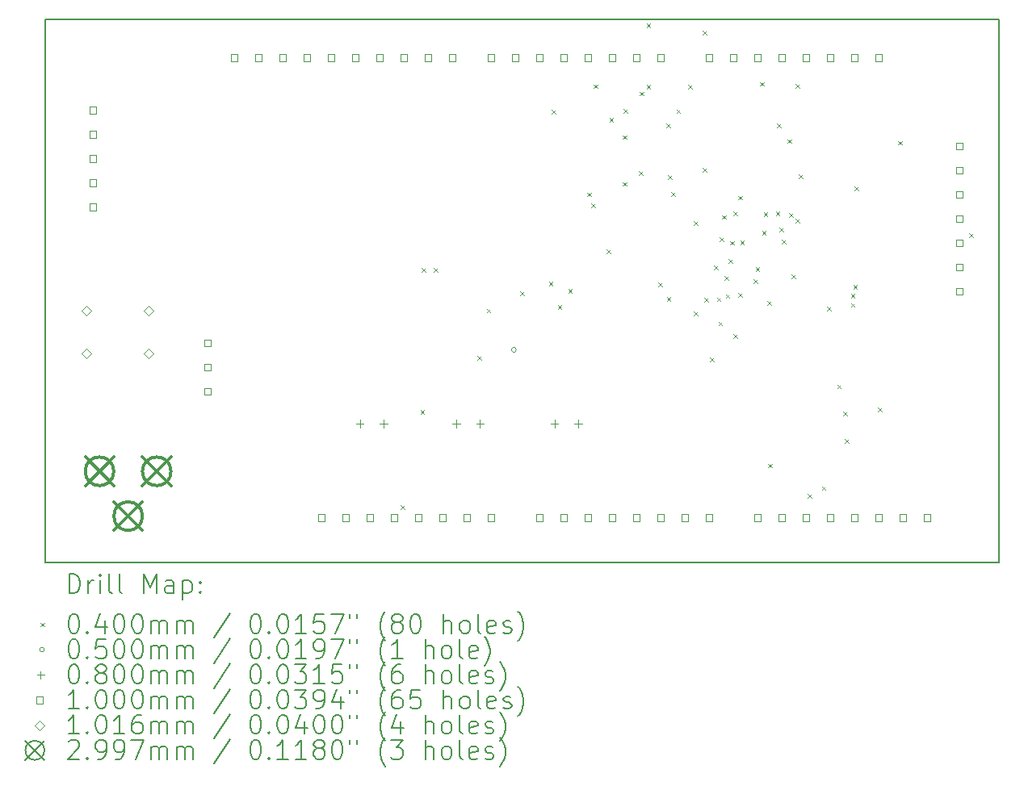
<source format=gbr>
%TF.GenerationSoftware,KiCad,Pcbnew,8.0.6*%
%TF.CreationDate,2025-01-18T20:08:44-05:00*%
%TF.ProjectId,RL78_G14_Arduino_48p,524c3738-5f47-4313-945f-41726475696e,rev?*%
%TF.SameCoordinates,Original*%
%TF.FileFunction,Drillmap*%
%TF.FilePolarity,Positive*%
%FSLAX45Y45*%
G04 Gerber Fmt 4.5, Leading zero omitted, Abs format (unit mm)*
G04 Created by KiCad (PCBNEW 8.0.6) date 2025-01-18 20:08:44*
%MOMM*%
%LPD*%
G01*
G04 APERTURE LIST*
%ADD10C,0.150000*%
%ADD11C,0.200000*%
%ADD12C,0.100000*%
%ADD13C,0.101600*%
%ADD14C,0.299720*%
G04 APERTURE END LIST*
D10*
X5000000Y-8200000D02*
X5000000Y-2500000D01*
X15000000Y-8200000D02*
X5000000Y-8200000D01*
X5000000Y-2500000D02*
X15000000Y-2500000D01*
X15000000Y-2500000D02*
X15000000Y-8200000D01*
D11*
D12*
X8729370Y-7596170D02*
X8769370Y-7636170D01*
X8769370Y-7596170D02*
X8729370Y-7636170D01*
X8935000Y-6600000D02*
X8975000Y-6640000D01*
X8975000Y-6600000D02*
X8935000Y-6640000D01*
X8948590Y-5109090D02*
X8988590Y-5149090D01*
X8988590Y-5109090D02*
X8948590Y-5149090D01*
X9074510Y-5109290D02*
X9114510Y-5149290D01*
X9114510Y-5109290D02*
X9074510Y-5149290D01*
X9529860Y-6029680D02*
X9569860Y-6069680D01*
X9569860Y-6029680D02*
X9529860Y-6069680D01*
X9629660Y-5535530D02*
X9669660Y-5575530D01*
X9669660Y-5535530D02*
X9629660Y-5575530D01*
X9980000Y-5350000D02*
X10020000Y-5390000D01*
X10020000Y-5350000D02*
X9980000Y-5390000D01*
X10280000Y-5250000D02*
X10320000Y-5290000D01*
X10320000Y-5250000D02*
X10280000Y-5290000D01*
X10310000Y-3445000D02*
X10350000Y-3485000D01*
X10350000Y-3445000D02*
X10310000Y-3485000D01*
X10374760Y-5493620D02*
X10414760Y-5533620D01*
X10414760Y-5493620D02*
X10374760Y-5533620D01*
X10485000Y-5330000D02*
X10525000Y-5370000D01*
X10525000Y-5330000D02*
X10485000Y-5370000D01*
X10686170Y-4315070D02*
X10726170Y-4355070D01*
X10726170Y-4315070D02*
X10686170Y-4355070D01*
X10725000Y-4430000D02*
X10765000Y-4470000D01*
X10765000Y-4430000D02*
X10725000Y-4470000D01*
X10750000Y-3180000D02*
X10790000Y-3220000D01*
X10790000Y-3180000D02*
X10750000Y-3220000D01*
X10888580Y-4910820D02*
X10928580Y-4950820D01*
X10928580Y-4910820D02*
X10888580Y-4950820D01*
X10915520Y-3531860D02*
X10955520Y-3571860D01*
X10955520Y-3531860D02*
X10915520Y-3571860D01*
X11055000Y-3715000D02*
X11095000Y-3755000D01*
X11095000Y-3715000D02*
X11055000Y-3755000D01*
X11055000Y-4205000D02*
X11095000Y-4245000D01*
X11095000Y-4205000D02*
X11055000Y-4245000D01*
X11064710Y-3436210D02*
X11104710Y-3476210D01*
X11104710Y-3436210D02*
X11064710Y-3476210D01*
X11226340Y-4092920D02*
X11266340Y-4132920D01*
X11266340Y-4092920D02*
X11226340Y-4132920D01*
X11231140Y-3257670D02*
X11271140Y-3297670D01*
X11271140Y-3257670D02*
X11231140Y-3297670D01*
X11306270Y-2541750D02*
X11346270Y-2581750D01*
X11346270Y-2541750D02*
X11306270Y-2581750D01*
X11306270Y-3184840D02*
X11346270Y-3224840D01*
X11346270Y-3184840D02*
X11306270Y-3224840D01*
X11430000Y-5262530D02*
X11470000Y-5302530D01*
X11470000Y-5262530D02*
X11430000Y-5302530D01*
X11510000Y-3594360D02*
X11550000Y-3634360D01*
X11550000Y-3594360D02*
X11510000Y-3634360D01*
X11516890Y-5411730D02*
X11556890Y-5451730D01*
X11556890Y-5411730D02*
X11516890Y-5451730D01*
X11531450Y-4130560D02*
X11571450Y-4170560D01*
X11571450Y-4130560D02*
X11531450Y-4170560D01*
X11566360Y-4308440D02*
X11606360Y-4348440D01*
X11606360Y-4308440D02*
X11566360Y-4348440D01*
X11618590Y-3444460D02*
X11658590Y-3484460D01*
X11658590Y-3444460D02*
X11618590Y-3484460D01*
X11744300Y-3185900D02*
X11784300Y-3225900D01*
X11784300Y-3185900D02*
X11744300Y-3225900D01*
X11799270Y-4618320D02*
X11839270Y-4658320D01*
X11839270Y-4618320D02*
X11799270Y-4658320D01*
X11800480Y-5565570D02*
X11840480Y-5605570D01*
X11840480Y-5565570D02*
X11800480Y-5605570D01*
X11891550Y-4058950D02*
X11931550Y-4098950D01*
X11931550Y-4058950D02*
X11891550Y-4098950D01*
X11895690Y-2615000D02*
X11935690Y-2655000D01*
X11935690Y-2615000D02*
X11895690Y-2655000D01*
X11910700Y-5421290D02*
X11950700Y-5461290D01*
X11950700Y-5421290D02*
X11910700Y-5461290D01*
X11968350Y-6045000D02*
X12008350Y-6085000D01*
X12008350Y-6045000D02*
X11968350Y-6085000D01*
X12009960Y-5081660D02*
X12049960Y-5121660D01*
X12049960Y-5081660D02*
X12009960Y-5121660D01*
X12041940Y-5416120D02*
X12081940Y-5456120D01*
X12081940Y-5416120D02*
X12041940Y-5456120D01*
X12058100Y-5669040D02*
X12098100Y-5709040D01*
X12098100Y-5669040D02*
X12058100Y-5709040D01*
X12071250Y-4787690D02*
X12111250Y-4827690D01*
X12111250Y-4787690D02*
X12071250Y-4827690D01*
X12094500Y-4553650D02*
X12134500Y-4593650D01*
X12134500Y-4553650D02*
X12094500Y-4593650D01*
X12119760Y-5189340D02*
X12159760Y-5229340D01*
X12159760Y-5189340D02*
X12119760Y-5229340D01*
X12134490Y-5381680D02*
X12174490Y-5421680D01*
X12174490Y-5381680D02*
X12134490Y-5421680D01*
X12165380Y-5014740D02*
X12205380Y-5054740D01*
X12205380Y-5014740D02*
X12165380Y-5054740D01*
X12178960Y-4824390D02*
X12218960Y-4864390D01*
X12218960Y-4824390D02*
X12178960Y-4864390D01*
X12212720Y-5803690D02*
X12252720Y-5843690D01*
X12252720Y-5803690D02*
X12212720Y-5843690D01*
X12217880Y-4515410D02*
X12257880Y-4555410D01*
X12257880Y-4515410D02*
X12217880Y-4555410D01*
X12264580Y-5368490D02*
X12304580Y-5408490D01*
X12304580Y-5368490D02*
X12264580Y-5408490D01*
X12264740Y-4348550D02*
X12304740Y-4388550D01*
X12304740Y-4348550D02*
X12264740Y-4388550D01*
X12286790Y-4820270D02*
X12326790Y-4860270D01*
X12326790Y-4820270D02*
X12286790Y-4860270D01*
X12425230Y-5226970D02*
X12465230Y-5266970D01*
X12465230Y-5226970D02*
X12425230Y-5266970D01*
X12448670Y-5101450D02*
X12488670Y-5141450D01*
X12488670Y-5101450D02*
X12448670Y-5141450D01*
X12492630Y-3154740D02*
X12532630Y-3194740D01*
X12532630Y-3154740D02*
X12492630Y-3194740D01*
X12516170Y-4716370D02*
X12556170Y-4756370D01*
X12556170Y-4716370D02*
X12516170Y-4756370D01*
X12533670Y-4522400D02*
X12573670Y-4562400D01*
X12573670Y-4522400D02*
X12533670Y-4562400D01*
X12569800Y-5454670D02*
X12609800Y-5494670D01*
X12609800Y-5454670D02*
X12569800Y-5494670D01*
X12582260Y-7161450D02*
X12622260Y-7201450D01*
X12622260Y-7161450D02*
X12582260Y-7201450D01*
X12660270Y-4516660D02*
X12700270Y-4556660D01*
X12700270Y-4516660D02*
X12660270Y-4556660D01*
X12670000Y-3590000D02*
X12710000Y-3630000D01*
X12710000Y-3590000D02*
X12670000Y-3630000D01*
X12700570Y-4683060D02*
X12740570Y-4723060D01*
X12740570Y-4683060D02*
X12700570Y-4723060D01*
X12722800Y-4810260D02*
X12762800Y-4850260D01*
X12762800Y-4810260D02*
X12722800Y-4850260D01*
X12781850Y-3757000D02*
X12821850Y-3797000D01*
X12821850Y-3757000D02*
X12781850Y-3797000D01*
X12802140Y-4531410D02*
X12842140Y-4571410D01*
X12842140Y-4531410D02*
X12802140Y-4571410D01*
X12824640Y-5176510D02*
X12864640Y-5216510D01*
X12864640Y-5176510D02*
X12824640Y-5216510D01*
X12865600Y-4590700D02*
X12905600Y-4630700D01*
X12905600Y-4590700D02*
X12865600Y-4630700D01*
X12868340Y-3174540D02*
X12908340Y-3214540D01*
X12908340Y-3174540D02*
X12868340Y-3214540D01*
X12904010Y-4122800D02*
X12944010Y-4162800D01*
X12944010Y-4122800D02*
X12904010Y-4162800D01*
X12995220Y-7475160D02*
X13035220Y-7515160D01*
X13035220Y-7475160D02*
X12995220Y-7515160D01*
X13143890Y-7397550D02*
X13183890Y-7437550D01*
X13183890Y-7397550D02*
X13143890Y-7437550D01*
X13196160Y-5513200D02*
X13236160Y-5553200D01*
X13236160Y-5513200D02*
X13196160Y-5553200D01*
X13303720Y-6331000D02*
X13343720Y-6371000D01*
X13343720Y-6331000D02*
X13303720Y-6371000D01*
X13368920Y-6617000D02*
X13408920Y-6657000D01*
X13408920Y-6617000D02*
X13368920Y-6657000D01*
X13383720Y-6903000D02*
X13423720Y-6943000D01*
X13423720Y-6903000D02*
X13383720Y-6943000D01*
X13447030Y-5475140D02*
X13487030Y-5515140D01*
X13487030Y-5475140D02*
X13447030Y-5515140D01*
X13447750Y-5380830D02*
X13487750Y-5420830D01*
X13487750Y-5380830D02*
X13447750Y-5420830D01*
X13472930Y-5284340D02*
X13512930Y-5324340D01*
X13512930Y-5284340D02*
X13472930Y-5324340D01*
X13485490Y-4249460D02*
X13525490Y-4289460D01*
X13525490Y-4249460D02*
X13485490Y-4289460D01*
X13730970Y-6574800D02*
X13770970Y-6614800D01*
X13770970Y-6574800D02*
X13730970Y-6614800D01*
X13942860Y-3772790D02*
X13982860Y-3812790D01*
X13982860Y-3772790D02*
X13942860Y-3812790D01*
X14686470Y-4744590D02*
X14726470Y-4784590D01*
X14726470Y-4744590D02*
X14686470Y-4784590D01*
X9940000Y-5965000D02*
G75*
G02*
X9890000Y-5965000I-25000J0D01*
G01*
X9890000Y-5965000D02*
G75*
G02*
X9940000Y-5965000I25000J0D01*
G01*
X8300200Y-6700000D02*
X8300200Y-6780000D01*
X8260200Y-6740000D02*
X8340200Y-6740000D01*
X8550200Y-6700000D02*
X8550200Y-6780000D01*
X8510200Y-6740000D02*
X8590200Y-6740000D01*
X9310200Y-6700000D02*
X9310200Y-6780000D01*
X9270200Y-6740000D02*
X9350200Y-6740000D01*
X9560200Y-6700000D02*
X9560200Y-6780000D01*
X9520200Y-6740000D02*
X9600200Y-6740000D01*
X10340200Y-6700000D02*
X10340200Y-6780000D01*
X10300200Y-6740000D02*
X10380200Y-6740000D01*
X10590200Y-6700000D02*
X10590200Y-6780000D01*
X10550200Y-6740000D02*
X10630200Y-6740000D01*
X5535356Y-3485356D02*
X5535356Y-3414644D01*
X5464644Y-3414644D01*
X5464644Y-3485356D01*
X5535356Y-3485356D01*
X5535356Y-3739356D02*
X5535356Y-3668644D01*
X5464644Y-3668644D01*
X5464644Y-3739356D01*
X5535356Y-3739356D01*
X5535356Y-3993356D02*
X5535356Y-3922644D01*
X5464644Y-3922644D01*
X5464644Y-3993356D01*
X5535356Y-3993356D01*
X5535356Y-4247356D02*
X5535356Y-4176644D01*
X5464644Y-4176644D01*
X5464644Y-4247356D01*
X5535356Y-4247356D01*
X5535356Y-4501356D02*
X5535356Y-4430644D01*
X5464644Y-4430644D01*
X5464644Y-4501356D01*
X5535356Y-4501356D01*
X6740556Y-5931356D02*
X6740556Y-5860644D01*
X6669844Y-5860644D01*
X6669844Y-5931356D01*
X6740556Y-5931356D01*
X6740556Y-6185356D02*
X6740556Y-6114644D01*
X6669844Y-6114644D01*
X6669844Y-6185356D01*
X6740556Y-6185356D01*
X6740556Y-6439356D02*
X6740556Y-6368644D01*
X6669844Y-6368644D01*
X6669844Y-6439356D01*
X6740556Y-6439356D01*
X7015156Y-2935356D02*
X7015156Y-2864644D01*
X6944444Y-2864644D01*
X6944444Y-2935356D01*
X7015156Y-2935356D01*
X7269156Y-2935356D02*
X7269156Y-2864644D01*
X7198444Y-2864644D01*
X7198444Y-2935356D01*
X7269156Y-2935356D01*
X7523156Y-2935356D02*
X7523156Y-2864644D01*
X7452444Y-2864644D01*
X7452444Y-2935356D01*
X7523156Y-2935356D01*
X7777156Y-2935356D02*
X7777156Y-2864644D01*
X7706444Y-2864644D01*
X7706444Y-2935356D01*
X7777156Y-2935356D01*
X7929556Y-7761356D02*
X7929556Y-7690644D01*
X7858844Y-7690644D01*
X7858844Y-7761356D01*
X7929556Y-7761356D01*
X8031156Y-2935356D02*
X8031156Y-2864644D01*
X7960444Y-2864644D01*
X7960444Y-2935356D01*
X8031156Y-2935356D01*
X8183556Y-7761356D02*
X8183556Y-7690644D01*
X8112844Y-7690644D01*
X8112844Y-7761356D01*
X8183556Y-7761356D01*
X8285156Y-2935356D02*
X8285156Y-2864644D01*
X8214444Y-2864644D01*
X8214444Y-2935356D01*
X8285156Y-2935356D01*
X8437556Y-7761356D02*
X8437556Y-7690644D01*
X8366844Y-7690644D01*
X8366844Y-7761356D01*
X8437556Y-7761356D01*
X8539156Y-2935356D02*
X8539156Y-2864644D01*
X8468444Y-2864644D01*
X8468444Y-2935356D01*
X8539156Y-2935356D01*
X8691556Y-7761356D02*
X8691556Y-7690644D01*
X8620844Y-7690644D01*
X8620844Y-7761356D01*
X8691556Y-7761356D01*
X8793156Y-2935356D02*
X8793156Y-2864644D01*
X8722444Y-2864644D01*
X8722444Y-2935356D01*
X8793156Y-2935356D01*
X8945556Y-7761356D02*
X8945556Y-7690644D01*
X8874844Y-7690644D01*
X8874844Y-7761356D01*
X8945556Y-7761356D01*
X9047156Y-2935356D02*
X9047156Y-2864644D01*
X8976444Y-2864644D01*
X8976444Y-2935356D01*
X9047156Y-2935356D01*
X9199556Y-7761356D02*
X9199556Y-7690644D01*
X9128844Y-7690644D01*
X9128844Y-7761356D01*
X9199556Y-7761356D01*
X9301156Y-2935356D02*
X9301156Y-2864644D01*
X9230444Y-2864644D01*
X9230444Y-2935356D01*
X9301156Y-2935356D01*
X9453556Y-7761356D02*
X9453556Y-7690644D01*
X9382844Y-7690644D01*
X9382844Y-7761356D01*
X9453556Y-7761356D01*
X9707556Y-2935356D02*
X9707556Y-2864644D01*
X9636844Y-2864644D01*
X9636844Y-2935356D01*
X9707556Y-2935356D01*
X9707556Y-7761356D02*
X9707556Y-7690644D01*
X9636844Y-7690644D01*
X9636844Y-7761356D01*
X9707556Y-7761356D01*
X9961556Y-2935356D02*
X9961556Y-2864644D01*
X9890844Y-2864644D01*
X9890844Y-2935356D01*
X9961556Y-2935356D01*
X10215556Y-2935356D02*
X10215556Y-2864644D01*
X10144844Y-2864644D01*
X10144844Y-2935356D01*
X10215556Y-2935356D01*
X10215556Y-7761356D02*
X10215556Y-7690644D01*
X10144844Y-7690644D01*
X10144844Y-7761356D01*
X10215556Y-7761356D01*
X10469556Y-2935356D02*
X10469556Y-2864644D01*
X10398844Y-2864644D01*
X10398844Y-2935356D01*
X10469556Y-2935356D01*
X10469556Y-7761356D02*
X10469556Y-7690644D01*
X10398844Y-7690644D01*
X10398844Y-7761356D01*
X10469556Y-7761356D01*
X10723556Y-2935356D02*
X10723556Y-2864644D01*
X10652844Y-2864644D01*
X10652844Y-2935356D01*
X10723556Y-2935356D01*
X10723556Y-7761356D02*
X10723556Y-7690644D01*
X10652844Y-7690644D01*
X10652844Y-7761356D01*
X10723556Y-7761356D01*
X10977556Y-2935356D02*
X10977556Y-2864644D01*
X10906844Y-2864644D01*
X10906844Y-2935356D01*
X10977556Y-2935356D01*
X10977556Y-7761356D02*
X10977556Y-7690644D01*
X10906844Y-7690644D01*
X10906844Y-7761356D01*
X10977556Y-7761356D01*
X11231556Y-2935356D02*
X11231556Y-2864644D01*
X11160844Y-2864644D01*
X11160844Y-2935356D01*
X11231556Y-2935356D01*
X11231556Y-7761356D02*
X11231556Y-7690644D01*
X11160844Y-7690644D01*
X11160844Y-7761356D01*
X11231556Y-7761356D01*
X11485556Y-2935356D02*
X11485556Y-2864644D01*
X11414844Y-2864644D01*
X11414844Y-2935356D01*
X11485556Y-2935356D01*
X11485556Y-7761356D02*
X11485556Y-7690644D01*
X11414844Y-7690644D01*
X11414844Y-7761356D01*
X11485556Y-7761356D01*
X11739556Y-7761356D02*
X11739556Y-7690644D01*
X11668844Y-7690644D01*
X11668844Y-7761356D01*
X11739556Y-7761356D01*
X11993556Y-2935356D02*
X11993556Y-2864644D01*
X11922844Y-2864644D01*
X11922844Y-2935356D01*
X11993556Y-2935356D01*
X11993556Y-7761356D02*
X11993556Y-7690644D01*
X11922844Y-7690644D01*
X11922844Y-7761356D01*
X11993556Y-7761356D01*
X12247556Y-2935356D02*
X12247556Y-2864644D01*
X12176844Y-2864644D01*
X12176844Y-2935356D01*
X12247556Y-2935356D01*
X12501556Y-2935356D02*
X12501556Y-2864644D01*
X12430844Y-2864644D01*
X12430844Y-2935356D01*
X12501556Y-2935356D01*
X12505356Y-7761356D02*
X12505356Y-7690644D01*
X12434644Y-7690644D01*
X12434644Y-7761356D01*
X12505356Y-7761356D01*
X12755556Y-2935356D02*
X12755556Y-2864644D01*
X12684844Y-2864644D01*
X12684844Y-2935356D01*
X12755556Y-2935356D01*
X12759356Y-7761356D02*
X12759356Y-7690644D01*
X12688644Y-7690644D01*
X12688644Y-7761356D01*
X12759356Y-7761356D01*
X13009556Y-2935356D02*
X13009556Y-2864644D01*
X12938844Y-2864644D01*
X12938844Y-2935356D01*
X13009556Y-2935356D01*
X13013356Y-7761356D02*
X13013356Y-7690644D01*
X12942644Y-7690644D01*
X12942644Y-7761356D01*
X13013356Y-7761356D01*
X13263556Y-2935356D02*
X13263556Y-2864644D01*
X13192844Y-2864644D01*
X13192844Y-2935356D01*
X13263556Y-2935356D01*
X13267356Y-7761356D02*
X13267356Y-7690644D01*
X13196644Y-7690644D01*
X13196644Y-7761356D01*
X13267356Y-7761356D01*
X13517556Y-2935356D02*
X13517556Y-2864644D01*
X13446844Y-2864644D01*
X13446844Y-2935356D01*
X13517556Y-2935356D01*
X13521356Y-7761356D02*
X13521356Y-7690644D01*
X13450644Y-7690644D01*
X13450644Y-7761356D01*
X13521356Y-7761356D01*
X13771556Y-2935356D02*
X13771556Y-2864644D01*
X13700844Y-2864644D01*
X13700844Y-2935356D01*
X13771556Y-2935356D01*
X13775356Y-7761356D02*
X13775356Y-7690644D01*
X13704644Y-7690644D01*
X13704644Y-7761356D01*
X13775356Y-7761356D01*
X14029356Y-7761356D02*
X14029356Y-7690644D01*
X13958644Y-7690644D01*
X13958644Y-7761356D01*
X14029356Y-7761356D01*
X14283356Y-7761356D02*
X14283356Y-7690644D01*
X14212644Y-7690644D01*
X14212644Y-7761356D01*
X14283356Y-7761356D01*
X14620356Y-3865356D02*
X14620356Y-3794644D01*
X14549644Y-3794644D01*
X14549644Y-3865356D01*
X14620356Y-3865356D01*
X14620356Y-4119356D02*
X14620356Y-4048644D01*
X14549644Y-4048644D01*
X14549644Y-4119356D01*
X14620356Y-4119356D01*
X14620356Y-4373356D02*
X14620356Y-4302644D01*
X14549644Y-4302644D01*
X14549644Y-4373356D01*
X14620356Y-4373356D01*
X14620356Y-4627356D02*
X14620356Y-4556644D01*
X14549644Y-4556644D01*
X14549644Y-4627356D01*
X14620356Y-4627356D01*
X14620356Y-4881356D02*
X14620356Y-4810644D01*
X14549644Y-4810644D01*
X14549644Y-4881356D01*
X14620356Y-4881356D01*
X14620356Y-5135356D02*
X14620356Y-5064644D01*
X14549644Y-5064644D01*
X14549644Y-5135356D01*
X14620356Y-5135356D01*
X14620356Y-5389356D02*
X14620356Y-5318644D01*
X14549644Y-5318644D01*
X14549644Y-5389356D01*
X14620356Y-5389356D01*
D13*
X5435080Y-5604740D02*
X5485880Y-5553940D01*
X5435080Y-5503140D01*
X5384280Y-5553940D01*
X5435080Y-5604740D01*
X5435080Y-6056860D02*
X5485880Y-6006060D01*
X5435080Y-5955260D01*
X5384280Y-6006060D01*
X5435080Y-6056860D01*
X6085320Y-5604740D02*
X6136120Y-5553940D01*
X6085320Y-5503140D01*
X6034520Y-5553940D01*
X6085320Y-5604740D01*
X6085320Y-6056860D02*
X6136120Y-6006060D01*
X6085320Y-5955260D01*
X6034520Y-6006060D01*
X6085320Y-6056860D01*
D14*
X5420140Y-7090140D02*
X5719860Y-7389860D01*
X5719860Y-7090140D02*
X5420140Y-7389860D01*
X5719860Y-7240000D02*
G75*
G02*
X5420140Y-7240000I-149860J0D01*
G01*
X5420140Y-7240000D02*
G75*
G02*
X5719860Y-7240000I149860J0D01*
G01*
X5720140Y-7560140D02*
X6019860Y-7859860D01*
X6019860Y-7560140D02*
X5720140Y-7859860D01*
X6019860Y-7710000D02*
G75*
G02*
X5720140Y-7710000I-149860J0D01*
G01*
X5720140Y-7710000D02*
G75*
G02*
X6019860Y-7710000I149860J0D01*
G01*
X6020140Y-7090140D02*
X6319860Y-7389860D01*
X6319860Y-7090140D02*
X6020140Y-7389860D01*
X6319860Y-7240000D02*
G75*
G02*
X6020140Y-7240000I-149860J0D01*
G01*
X6020140Y-7240000D02*
G75*
G02*
X6319860Y-7240000I149860J0D01*
G01*
D11*
X5253277Y-8518984D02*
X5253277Y-8318984D01*
X5253277Y-8318984D02*
X5300896Y-8318984D01*
X5300896Y-8318984D02*
X5329467Y-8328508D01*
X5329467Y-8328508D02*
X5348515Y-8347555D01*
X5348515Y-8347555D02*
X5358039Y-8366603D01*
X5358039Y-8366603D02*
X5367563Y-8404698D01*
X5367563Y-8404698D02*
X5367563Y-8433270D01*
X5367563Y-8433270D02*
X5358039Y-8471365D01*
X5358039Y-8471365D02*
X5348515Y-8490412D01*
X5348515Y-8490412D02*
X5329467Y-8509460D01*
X5329467Y-8509460D02*
X5300896Y-8518984D01*
X5300896Y-8518984D02*
X5253277Y-8518984D01*
X5453277Y-8518984D02*
X5453277Y-8385650D01*
X5453277Y-8423746D02*
X5462801Y-8404698D01*
X5462801Y-8404698D02*
X5472324Y-8395174D01*
X5472324Y-8395174D02*
X5491372Y-8385650D01*
X5491372Y-8385650D02*
X5510420Y-8385650D01*
X5577086Y-8518984D02*
X5577086Y-8385650D01*
X5577086Y-8318984D02*
X5567563Y-8328508D01*
X5567563Y-8328508D02*
X5577086Y-8338031D01*
X5577086Y-8338031D02*
X5586610Y-8328508D01*
X5586610Y-8328508D02*
X5577086Y-8318984D01*
X5577086Y-8318984D02*
X5577086Y-8338031D01*
X5700896Y-8518984D02*
X5681848Y-8509460D01*
X5681848Y-8509460D02*
X5672324Y-8490412D01*
X5672324Y-8490412D02*
X5672324Y-8318984D01*
X5805658Y-8518984D02*
X5786610Y-8509460D01*
X5786610Y-8509460D02*
X5777086Y-8490412D01*
X5777086Y-8490412D02*
X5777086Y-8318984D01*
X6034229Y-8518984D02*
X6034229Y-8318984D01*
X6034229Y-8318984D02*
X6100896Y-8461841D01*
X6100896Y-8461841D02*
X6167562Y-8318984D01*
X6167562Y-8318984D02*
X6167562Y-8518984D01*
X6348515Y-8518984D02*
X6348515Y-8414222D01*
X6348515Y-8414222D02*
X6338991Y-8395174D01*
X6338991Y-8395174D02*
X6319943Y-8385650D01*
X6319943Y-8385650D02*
X6281848Y-8385650D01*
X6281848Y-8385650D02*
X6262801Y-8395174D01*
X6348515Y-8509460D02*
X6329467Y-8518984D01*
X6329467Y-8518984D02*
X6281848Y-8518984D01*
X6281848Y-8518984D02*
X6262801Y-8509460D01*
X6262801Y-8509460D02*
X6253277Y-8490412D01*
X6253277Y-8490412D02*
X6253277Y-8471365D01*
X6253277Y-8471365D02*
X6262801Y-8452317D01*
X6262801Y-8452317D02*
X6281848Y-8442793D01*
X6281848Y-8442793D02*
X6329467Y-8442793D01*
X6329467Y-8442793D02*
X6348515Y-8433270D01*
X6443753Y-8385650D02*
X6443753Y-8585650D01*
X6443753Y-8395174D02*
X6462801Y-8385650D01*
X6462801Y-8385650D02*
X6500896Y-8385650D01*
X6500896Y-8385650D02*
X6519943Y-8395174D01*
X6519943Y-8395174D02*
X6529467Y-8404698D01*
X6529467Y-8404698D02*
X6538991Y-8423746D01*
X6538991Y-8423746D02*
X6538991Y-8480889D01*
X6538991Y-8480889D02*
X6529467Y-8499936D01*
X6529467Y-8499936D02*
X6519943Y-8509460D01*
X6519943Y-8509460D02*
X6500896Y-8518984D01*
X6500896Y-8518984D02*
X6462801Y-8518984D01*
X6462801Y-8518984D02*
X6443753Y-8509460D01*
X6624705Y-8499936D02*
X6634229Y-8509460D01*
X6634229Y-8509460D02*
X6624705Y-8518984D01*
X6624705Y-8518984D02*
X6615182Y-8509460D01*
X6615182Y-8509460D02*
X6624705Y-8499936D01*
X6624705Y-8499936D02*
X6624705Y-8518984D01*
X6624705Y-8395174D02*
X6634229Y-8404698D01*
X6634229Y-8404698D02*
X6624705Y-8414222D01*
X6624705Y-8414222D02*
X6615182Y-8404698D01*
X6615182Y-8404698D02*
X6624705Y-8395174D01*
X6624705Y-8395174D02*
X6624705Y-8414222D01*
D12*
X4952500Y-8827500D02*
X4992500Y-8867500D01*
X4992500Y-8827500D02*
X4952500Y-8867500D01*
D11*
X5291372Y-8738984D02*
X5310420Y-8738984D01*
X5310420Y-8738984D02*
X5329467Y-8748508D01*
X5329467Y-8748508D02*
X5338991Y-8758031D01*
X5338991Y-8758031D02*
X5348515Y-8777079D01*
X5348515Y-8777079D02*
X5358039Y-8815174D01*
X5358039Y-8815174D02*
X5358039Y-8862793D01*
X5358039Y-8862793D02*
X5348515Y-8900889D01*
X5348515Y-8900889D02*
X5338991Y-8919936D01*
X5338991Y-8919936D02*
X5329467Y-8929460D01*
X5329467Y-8929460D02*
X5310420Y-8938984D01*
X5310420Y-8938984D02*
X5291372Y-8938984D01*
X5291372Y-8938984D02*
X5272324Y-8929460D01*
X5272324Y-8929460D02*
X5262801Y-8919936D01*
X5262801Y-8919936D02*
X5253277Y-8900889D01*
X5253277Y-8900889D02*
X5243753Y-8862793D01*
X5243753Y-8862793D02*
X5243753Y-8815174D01*
X5243753Y-8815174D02*
X5253277Y-8777079D01*
X5253277Y-8777079D02*
X5262801Y-8758031D01*
X5262801Y-8758031D02*
X5272324Y-8748508D01*
X5272324Y-8748508D02*
X5291372Y-8738984D01*
X5443753Y-8919936D02*
X5453277Y-8929460D01*
X5453277Y-8929460D02*
X5443753Y-8938984D01*
X5443753Y-8938984D02*
X5434229Y-8929460D01*
X5434229Y-8929460D02*
X5443753Y-8919936D01*
X5443753Y-8919936D02*
X5443753Y-8938984D01*
X5624705Y-8805650D02*
X5624705Y-8938984D01*
X5577086Y-8729460D02*
X5529467Y-8872317D01*
X5529467Y-8872317D02*
X5653277Y-8872317D01*
X5767562Y-8738984D02*
X5786610Y-8738984D01*
X5786610Y-8738984D02*
X5805658Y-8748508D01*
X5805658Y-8748508D02*
X5815182Y-8758031D01*
X5815182Y-8758031D02*
X5824705Y-8777079D01*
X5824705Y-8777079D02*
X5834229Y-8815174D01*
X5834229Y-8815174D02*
X5834229Y-8862793D01*
X5834229Y-8862793D02*
X5824705Y-8900889D01*
X5824705Y-8900889D02*
X5815182Y-8919936D01*
X5815182Y-8919936D02*
X5805658Y-8929460D01*
X5805658Y-8929460D02*
X5786610Y-8938984D01*
X5786610Y-8938984D02*
X5767562Y-8938984D01*
X5767562Y-8938984D02*
X5748515Y-8929460D01*
X5748515Y-8929460D02*
X5738991Y-8919936D01*
X5738991Y-8919936D02*
X5729467Y-8900889D01*
X5729467Y-8900889D02*
X5719943Y-8862793D01*
X5719943Y-8862793D02*
X5719943Y-8815174D01*
X5719943Y-8815174D02*
X5729467Y-8777079D01*
X5729467Y-8777079D02*
X5738991Y-8758031D01*
X5738991Y-8758031D02*
X5748515Y-8748508D01*
X5748515Y-8748508D02*
X5767562Y-8738984D01*
X5958039Y-8738984D02*
X5977086Y-8738984D01*
X5977086Y-8738984D02*
X5996134Y-8748508D01*
X5996134Y-8748508D02*
X6005658Y-8758031D01*
X6005658Y-8758031D02*
X6015182Y-8777079D01*
X6015182Y-8777079D02*
X6024705Y-8815174D01*
X6024705Y-8815174D02*
X6024705Y-8862793D01*
X6024705Y-8862793D02*
X6015182Y-8900889D01*
X6015182Y-8900889D02*
X6005658Y-8919936D01*
X6005658Y-8919936D02*
X5996134Y-8929460D01*
X5996134Y-8929460D02*
X5977086Y-8938984D01*
X5977086Y-8938984D02*
X5958039Y-8938984D01*
X5958039Y-8938984D02*
X5938991Y-8929460D01*
X5938991Y-8929460D02*
X5929467Y-8919936D01*
X5929467Y-8919936D02*
X5919943Y-8900889D01*
X5919943Y-8900889D02*
X5910420Y-8862793D01*
X5910420Y-8862793D02*
X5910420Y-8815174D01*
X5910420Y-8815174D02*
X5919943Y-8777079D01*
X5919943Y-8777079D02*
X5929467Y-8758031D01*
X5929467Y-8758031D02*
X5938991Y-8748508D01*
X5938991Y-8748508D02*
X5958039Y-8738984D01*
X6110420Y-8938984D02*
X6110420Y-8805650D01*
X6110420Y-8824698D02*
X6119943Y-8815174D01*
X6119943Y-8815174D02*
X6138991Y-8805650D01*
X6138991Y-8805650D02*
X6167563Y-8805650D01*
X6167563Y-8805650D02*
X6186610Y-8815174D01*
X6186610Y-8815174D02*
X6196134Y-8834222D01*
X6196134Y-8834222D02*
X6196134Y-8938984D01*
X6196134Y-8834222D02*
X6205658Y-8815174D01*
X6205658Y-8815174D02*
X6224705Y-8805650D01*
X6224705Y-8805650D02*
X6253277Y-8805650D01*
X6253277Y-8805650D02*
X6272324Y-8815174D01*
X6272324Y-8815174D02*
X6281848Y-8834222D01*
X6281848Y-8834222D02*
X6281848Y-8938984D01*
X6377086Y-8938984D02*
X6377086Y-8805650D01*
X6377086Y-8824698D02*
X6386610Y-8815174D01*
X6386610Y-8815174D02*
X6405658Y-8805650D01*
X6405658Y-8805650D02*
X6434229Y-8805650D01*
X6434229Y-8805650D02*
X6453277Y-8815174D01*
X6453277Y-8815174D02*
X6462801Y-8834222D01*
X6462801Y-8834222D02*
X6462801Y-8938984D01*
X6462801Y-8834222D02*
X6472324Y-8815174D01*
X6472324Y-8815174D02*
X6491372Y-8805650D01*
X6491372Y-8805650D02*
X6519943Y-8805650D01*
X6519943Y-8805650D02*
X6538991Y-8815174D01*
X6538991Y-8815174D02*
X6548515Y-8834222D01*
X6548515Y-8834222D02*
X6548515Y-8938984D01*
X6938991Y-8729460D02*
X6767563Y-8986603D01*
X7196134Y-8738984D02*
X7215182Y-8738984D01*
X7215182Y-8738984D02*
X7234229Y-8748508D01*
X7234229Y-8748508D02*
X7243753Y-8758031D01*
X7243753Y-8758031D02*
X7253277Y-8777079D01*
X7253277Y-8777079D02*
X7262801Y-8815174D01*
X7262801Y-8815174D02*
X7262801Y-8862793D01*
X7262801Y-8862793D02*
X7253277Y-8900889D01*
X7253277Y-8900889D02*
X7243753Y-8919936D01*
X7243753Y-8919936D02*
X7234229Y-8929460D01*
X7234229Y-8929460D02*
X7215182Y-8938984D01*
X7215182Y-8938984D02*
X7196134Y-8938984D01*
X7196134Y-8938984D02*
X7177086Y-8929460D01*
X7177086Y-8929460D02*
X7167563Y-8919936D01*
X7167563Y-8919936D02*
X7158039Y-8900889D01*
X7158039Y-8900889D02*
X7148515Y-8862793D01*
X7148515Y-8862793D02*
X7148515Y-8815174D01*
X7148515Y-8815174D02*
X7158039Y-8777079D01*
X7158039Y-8777079D02*
X7167563Y-8758031D01*
X7167563Y-8758031D02*
X7177086Y-8748508D01*
X7177086Y-8748508D02*
X7196134Y-8738984D01*
X7348515Y-8919936D02*
X7358039Y-8929460D01*
X7358039Y-8929460D02*
X7348515Y-8938984D01*
X7348515Y-8938984D02*
X7338991Y-8929460D01*
X7338991Y-8929460D02*
X7348515Y-8919936D01*
X7348515Y-8919936D02*
X7348515Y-8938984D01*
X7481848Y-8738984D02*
X7500896Y-8738984D01*
X7500896Y-8738984D02*
X7519944Y-8748508D01*
X7519944Y-8748508D02*
X7529467Y-8758031D01*
X7529467Y-8758031D02*
X7538991Y-8777079D01*
X7538991Y-8777079D02*
X7548515Y-8815174D01*
X7548515Y-8815174D02*
X7548515Y-8862793D01*
X7548515Y-8862793D02*
X7538991Y-8900889D01*
X7538991Y-8900889D02*
X7529467Y-8919936D01*
X7529467Y-8919936D02*
X7519944Y-8929460D01*
X7519944Y-8929460D02*
X7500896Y-8938984D01*
X7500896Y-8938984D02*
X7481848Y-8938984D01*
X7481848Y-8938984D02*
X7462801Y-8929460D01*
X7462801Y-8929460D02*
X7453277Y-8919936D01*
X7453277Y-8919936D02*
X7443753Y-8900889D01*
X7443753Y-8900889D02*
X7434229Y-8862793D01*
X7434229Y-8862793D02*
X7434229Y-8815174D01*
X7434229Y-8815174D02*
X7443753Y-8777079D01*
X7443753Y-8777079D02*
X7453277Y-8758031D01*
X7453277Y-8758031D02*
X7462801Y-8748508D01*
X7462801Y-8748508D02*
X7481848Y-8738984D01*
X7738991Y-8938984D02*
X7624706Y-8938984D01*
X7681848Y-8938984D02*
X7681848Y-8738984D01*
X7681848Y-8738984D02*
X7662801Y-8767555D01*
X7662801Y-8767555D02*
X7643753Y-8786603D01*
X7643753Y-8786603D02*
X7624706Y-8796127D01*
X7919944Y-8738984D02*
X7824706Y-8738984D01*
X7824706Y-8738984D02*
X7815182Y-8834222D01*
X7815182Y-8834222D02*
X7824706Y-8824698D01*
X7824706Y-8824698D02*
X7843753Y-8815174D01*
X7843753Y-8815174D02*
X7891372Y-8815174D01*
X7891372Y-8815174D02*
X7910420Y-8824698D01*
X7910420Y-8824698D02*
X7919944Y-8834222D01*
X7919944Y-8834222D02*
X7929467Y-8853270D01*
X7929467Y-8853270D02*
X7929467Y-8900889D01*
X7929467Y-8900889D02*
X7919944Y-8919936D01*
X7919944Y-8919936D02*
X7910420Y-8929460D01*
X7910420Y-8929460D02*
X7891372Y-8938984D01*
X7891372Y-8938984D02*
X7843753Y-8938984D01*
X7843753Y-8938984D02*
X7824706Y-8929460D01*
X7824706Y-8929460D02*
X7815182Y-8919936D01*
X7996134Y-8738984D02*
X8129467Y-8738984D01*
X8129467Y-8738984D02*
X8043753Y-8938984D01*
X8196134Y-8738984D02*
X8196134Y-8777079D01*
X8272325Y-8738984D02*
X8272325Y-8777079D01*
X8567563Y-9015174D02*
X8558039Y-9005650D01*
X8558039Y-9005650D02*
X8538991Y-8977079D01*
X8538991Y-8977079D02*
X8529468Y-8958031D01*
X8529468Y-8958031D02*
X8519944Y-8929460D01*
X8519944Y-8929460D02*
X8510420Y-8881841D01*
X8510420Y-8881841D02*
X8510420Y-8843746D01*
X8510420Y-8843746D02*
X8519944Y-8796127D01*
X8519944Y-8796127D02*
X8529468Y-8767555D01*
X8529468Y-8767555D02*
X8538991Y-8748508D01*
X8538991Y-8748508D02*
X8558039Y-8719936D01*
X8558039Y-8719936D02*
X8567563Y-8710412D01*
X8672325Y-8824698D02*
X8653277Y-8815174D01*
X8653277Y-8815174D02*
X8643753Y-8805650D01*
X8643753Y-8805650D02*
X8634230Y-8786603D01*
X8634230Y-8786603D02*
X8634230Y-8777079D01*
X8634230Y-8777079D02*
X8643753Y-8758031D01*
X8643753Y-8758031D02*
X8653277Y-8748508D01*
X8653277Y-8748508D02*
X8672325Y-8738984D01*
X8672325Y-8738984D02*
X8710420Y-8738984D01*
X8710420Y-8738984D02*
X8729468Y-8748508D01*
X8729468Y-8748508D02*
X8738991Y-8758031D01*
X8738991Y-8758031D02*
X8748515Y-8777079D01*
X8748515Y-8777079D02*
X8748515Y-8786603D01*
X8748515Y-8786603D02*
X8738991Y-8805650D01*
X8738991Y-8805650D02*
X8729468Y-8815174D01*
X8729468Y-8815174D02*
X8710420Y-8824698D01*
X8710420Y-8824698D02*
X8672325Y-8824698D01*
X8672325Y-8824698D02*
X8653277Y-8834222D01*
X8653277Y-8834222D02*
X8643753Y-8843746D01*
X8643753Y-8843746D02*
X8634230Y-8862793D01*
X8634230Y-8862793D02*
X8634230Y-8900889D01*
X8634230Y-8900889D02*
X8643753Y-8919936D01*
X8643753Y-8919936D02*
X8653277Y-8929460D01*
X8653277Y-8929460D02*
X8672325Y-8938984D01*
X8672325Y-8938984D02*
X8710420Y-8938984D01*
X8710420Y-8938984D02*
X8729468Y-8929460D01*
X8729468Y-8929460D02*
X8738991Y-8919936D01*
X8738991Y-8919936D02*
X8748515Y-8900889D01*
X8748515Y-8900889D02*
X8748515Y-8862793D01*
X8748515Y-8862793D02*
X8738991Y-8843746D01*
X8738991Y-8843746D02*
X8729468Y-8834222D01*
X8729468Y-8834222D02*
X8710420Y-8824698D01*
X8872325Y-8738984D02*
X8891372Y-8738984D01*
X8891372Y-8738984D02*
X8910420Y-8748508D01*
X8910420Y-8748508D02*
X8919944Y-8758031D01*
X8919944Y-8758031D02*
X8929468Y-8777079D01*
X8929468Y-8777079D02*
X8938991Y-8815174D01*
X8938991Y-8815174D02*
X8938991Y-8862793D01*
X8938991Y-8862793D02*
X8929468Y-8900889D01*
X8929468Y-8900889D02*
X8919944Y-8919936D01*
X8919944Y-8919936D02*
X8910420Y-8929460D01*
X8910420Y-8929460D02*
X8891372Y-8938984D01*
X8891372Y-8938984D02*
X8872325Y-8938984D01*
X8872325Y-8938984D02*
X8853277Y-8929460D01*
X8853277Y-8929460D02*
X8843753Y-8919936D01*
X8843753Y-8919936D02*
X8834230Y-8900889D01*
X8834230Y-8900889D02*
X8824706Y-8862793D01*
X8824706Y-8862793D02*
X8824706Y-8815174D01*
X8824706Y-8815174D02*
X8834230Y-8777079D01*
X8834230Y-8777079D02*
X8843753Y-8758031D01*
X8843753Y-8758031D02*
X8853277Y-8748508D01*
X8853277Y-8748508D02*
X8872325Y-8738984D01*
X9177087Y-8938984D02*
X9177087Y-8738984D01*
X9262801Y-8938984D02*
X9262801Y-8834222D01*
X9262801Y-8834222D02*
X9253277Y-8815174D01*
X9253277Y-8815174D02*
X9234230Y-8805650D01*
X9234230Y-8805650D02*
X9205658Y-8805650D01*
X9205658Y-8805650D02*
X9186611Y-8815174D01*
X9186611Y-8815174D02*
X9177087Y-8824698D01*
X9386611Y-8938984D02*
X9367563Y-8929460D01*
X9367563Y-8929460D02*
X9358039Y-8919936D01*
X9358039Y-8919936D02*
X9348515Y-8900889D01*
X9348515Y-8900889D02*
X9348515Y-8843746D01*
X9348515Y-8843746D02*
X9358039Y-8824698D01*
X9358039Y-8824698D02*
X9367563Y-8815174D01*
X9367563Y-8815174D02*
X9386611Y-8805650D01*
X9386611Y-8805650D02*
X9415182Y-8805650D01*
X9415182Y-8805650D02*
X9434230Y-8815174D01*
X9434230Y-8815174D02*
X9443753Y-8824698D01*
X9443753Y-8824698D02*
X9453277Y-8843746D01*
X9453277Y-8843746D02*
X9453277Y-8900889D01*
X9453277Y-8900889D02*
X9443753Y-8919936D01*
X9443753Y-8919936D02*
X9434230Y-8929460D01*
X9434230Y-8929460D02*
X9415182Y-8938984D01*
X9415182Y-8938984D02*
X9386611Y-8938984D01*
X9567563Y-8938984D02*
X9548515Y-8929460D01*
X9548515Y-8929460D02*
X9538992Y-8910412D01*
X9538992Y-8910412D02*
X9538992Y-8738984D01*
X9719944Y-8929460D02*
X9700896Y-8938984D01*
X9700896Y-8938984D02*
X9662801Y-8938984D01*
X9662801Y-8938984D02*
X9643753Y-8929460D01*
X9643753Y-8929460D02*
X9634230Y-8910412D01*
X9634230Y-8910412D02*
X9634230Y-8834222D01*
X9634230Y-8834222D02*
X9643753Y-8815174D01*
X9643753Y-8815174D02*
X9662801Y-8805650D01*
X9662801Y-8805650D02*
X9700896Y-8805650D01*
X9700896Y-8805650D02*
X9719944Y-8815174D01*
X9719944Y-8815174D02*
X9729468Y-8834222D01*
X9729468Y-8834222D02*
X9729468Y-8853270D01*
X9729468Y-8853270D02*
X9634230Y-8872317D01*
X9805658Y-8929460D02*
X9824706Y-8938984D01*
X9824706Y-8938984D02*
X9862801Y-8938984D01*
X9862801Y-8938984D02*
X9881849Y-8929460D01*
X9881849Y-8929460D02*
X9891373Y-8910412D01*
X9891373Y-8910412D02*
X9891373Y-8900889D01*
X9891373Y-8900889D02*
X9881849Y-8881841D01*
X9881849Y-8881841D02*
X9862801Y-8872317D01*
X9862801Y-8872317D02*
X9834230Y-8872317D01*
X9834230Y-8872317D02*
X9815182Y-8862793D01*
X9815182Y-8862793D02*
X9805658Y-8843746D01*
X9805658Y-8843746D02*
X9805658Y-8834222D01*
X9805658Y-8834222D02*
X9815182Y-8815174D01*
X9815182Y-8815174D02*
X9834230Y-8805650D01*
X9834230Y-8805650D02*
X9862801Y-8805650D01*
X9862801Y-8805650D02*
X9881849Y-8815174D01*
X9958039Y-9015174D02*
X9967563Y-9005650D01*
X9967563Y-9005650D02*
X9986611Y-8977079D01*
X9986611Y-8977079D02*
X9996134Y-8958031D01*
X9996134Y-8958031D02*
X10005658Y-8929460D01*
X10005658Y-8929460D02*
X10015182Y-8881841D01*
X10015182Y-8881841D02*
X10015182Y-8843746D01*
X10015182Y-8843746D02*
X10005658Y-8796127D01*
X10005658Y-8796127D02*
X9996134Y-8767555D01*
X9996134Y-8767555D02*
X9986611Y-8748508D01*
X9986611Y-8748508D02*
X9967563Y-8719936D01*
X9967563Y-8719936D02*
X9958039Y-8710412D01*
D12*
X4992500Y-9111500D02*
G75*
G02*
X4942500Y-9111500I-25000J0D01*
G01*
X4942500Y-9111500D02*
G75*
G02*
X4992500Y-9111500I25000J0D01*
G01*
D11*
X5291372Y-9002984D02*
X5310420Y-9002984D01*
X5310420Y-9002984D02*
X5329467Y-9012508D01*
X5329467Y-9012508D02*
X5338991Y-9022031D01*
X5338991Y-9022031D02*
X5348515Y-9041079D01*
X5348515Y-9041079D02*
X5358039Y-9079174D01*
X5358039Y-9079174D02*
X5358039Y-9126793D01*
X5358039Y-9126793D02*
X5348515Y-9164889D01*
X5348515Y-9164889D02*
X5338991Y-9183936D01*
X5338991Y-9183936D02*
X5329467Y-9193460D01*
X5329467Y-9193460D02*
X5310420Y-9202984D01*
X5310420Y-9202984D02*
X5291372Y-9202984D01*
X5291372Y-9202984D02*
X5272324Y-9193460D01*
X5272324Y-9193460D02*
X5262801Y-9183936D01*
X5262801Y-9183936D02*
X5253277Y-9164889D01*
X5253277Y-9164889D02*
X5243753Y-9126793D01*
X5243753Y-9126793D02*
X5243753Y-9079174D01*
X5243753Y-9079174D02*
X5253277Y-9041079D01*
X5253277Y-9041079D02*
X5262801Y-9022031D01*
X5262801Y-9022031D02*
X5272324Y-9012508D01*
X5272324Y-9012508D02*
X5291372Y-9002984D01*
X5443753Y-9183936D02*
X5453277Y-9193460D01*
X5453277Y-9193460D02*
X5443753Y-9202984D01*
X5443753Y-9202984D02*
X5434229Y-9193460D01*
X5434229Y-9193460D02*
X5443753Y-9183936D01*
X5443753Y-9183936D02*
X5443753Y-9202984D01*
X5634229Y-9002984D02*
X5538991Y-9002984D01*
X5538991Y-9002984D02*
X5529467Y-9098222D01*
X5529467Y-9098222D02*
X5538991Y-9088698D01*
X5538991Y-9088698D02*
X5558039Y-9079174D01*
X5558039Y-9079174D02*
X5605658Y-9079174D01*
X5605658Y-9079174D02*
X5624705Y-9088698D01*
X5624705Y-9088698D02*
X5634229Y-9098222D01*
X5634229Y-9098222D02*
X5643753Y-9117270D01*
X5643753Y-9117270D02*
X5643753Y-9164889D01*
X5643753Y-9164889D02*
X5634229Y-9183936D01*
X5634229Y-9183936D02*
X5624705Y-9193460D01*
X5624705Y-9193460D02*
X5605658Y-9202984D01*
X5605658Y-9202984D02*
X5558039Y-9202984D01*
X5558039Y-9202984D02*
X5538991Y-9193460D01*
X5538991Y-9193460D02*
X5529467Y-9183936D01*
X5767562Y-9002984D02*
X5786610Y-9002984D01*
X5786610Y-9002984D02*
X5805658Y-9012508D01*
X5805658Y-9012508D02*
X5815182Y-9022031D01*
X5815182Y-9022031D02*
X5824705Y-9041079D01*
X5824705Y-9041079D02*
X5834229Y-9079174D01*
X5834229Y-9079174D02*
X5834229Y-9126793D01*
X5834229Y-9126793D02*
X5824705Y-9164889D01*
X5824705Y-9164889D02*
X5815182Y-9183936D01*
X5815182Y-9183936D02*
X5805658Y-9193460D01*
X5805658Y-9193460D02*
X5786610Y-9202984D01*
X5786610Y-9202984D02*
X5767562Y-9202984D01*
X5767562Y-9202984D02*
X5748515Y-9193460D01*
X5748515Y-9193460D02*
X5738991Y-9183936D01*
X5738991Y-9183936D02*
X5729467Y-9164889D01*
X5729467Y-9164889D02*
X5719943Y-9126793D01*
X5719943Y-9126793D02*
X5719943Y-9079174D01*
X5719943Y-9079174D02*
X5729467Y-9041079D01*
X5729467Y-9041079D02*
X5738991Y-9022031D01*
X5738991Y-9022031D02*
X5748515Y-9012508D01*
X5748515Y-9012508D02*
X5767562Y-9002984D01*
X5958039Y-9002984D02*
X5977086Y-9002984D01*
X5977086Y-9002984D02*
X5996134Y-9012508D01*
X5996134Y-9012508D02*
X6005658Y-9022031D01*
X6005658Y-9022031D02*
X6015182Y-9041079D01*
X6015182Y-9041079D02*
X6024705Y-9079174D01*
X6024705Y-9079174D02*
X6024705Y-9126793D01*
X6024705Y-9126793D02*
X6015182Y-9164889D01*
X6015182Y-9164889D02*
X6005658Y-9183936D01*
X6005658Y-9183936D02*
X5996134Y-9193460D01*
X5996134Y-9193460D02*
X5977086Y-9202984D01*
X5977086Y-9202984D02*
X5958039Y-9202984D01*
X5958039Y-9202984D02*
X5938991Y-9193460D01*
X5938991Y-9193460D02*
X5929467Y-9183936D01*
X5929467Y-9183936D02*
X5919943Y-9164889D01*
X5919943Y-9164889D02*
X5910420Y-9126793D01*
X5910420Y-9126793D02*
X5910420Y-9079174D01*
X5910420Y-9079174D02*
X5919943Y-9041079D01*
X5919943Y-9041079D02*
X5929467Y-9022031D01*
X5929467Y-9022031D02*
X5938991Y-9012508D01*
X5938991Y-9012508D02*
X5958039Y-9002984D01*
X6110420Y-9202984D02*
X6110420Y-9069650D01*
X6110420Y-9088698D02*
X6119943Y-9079174D01*
X6119943Y-9079174D02*
X6138991Y-9069650D01*
X6138991Y-9069650D02*
X6167563Y-9069650D01*
X6167563Y-9069650D02*
X6186610Y-9079174D01*
X6186610Y-9079174D02*
X6196134Y-9098222D01*
X6196134Y-9098222D02*
X6196134Y-9202984D01*
X6196134Y-9098222D02*
X6205658Y-9079174D01*
X6205658Y-9079174D02*
X6224705Y-9069650D01*
X6224705Y-9069650D02*
X6253277Y-9069650D01*
X6253277Y-9069650D02*
X6272324Y-9079174D01*
X6272324Y-9079174D02*
X6281848Y-9098222D01*
X6281848Y-9098222D02*
X6281848Y-9202984D01*
X6377086Y-9202984D02*
X6377086Y-9069650D01*
X6377086Y-9088698D02*
X6386610Y-9079174D01*
X6386610Y-9079174D02*
X6405658Y-9069650D01*
X6405658Y-9069650D02*
X6434229Y-9069650D01*
X6434229Y-9069650D02*
X6453277Y-9079174D01*
X6453277Y-9079174D02*
X6462801Y-9098222D01*
X6462801Y-9098222D02*
X6462801Y-9202984D01*
X6462801Y-9098222D02*
X6472324Y-9079174D01*
X6472324Y-9079174D02*
X6491372Y-9069650D01*
X6491372Y-9069650D02*
X6519943Y-9069650D01*
X6519943Y-9069650D02*
X6538991Y-9079174D01*
X6538991Y-9079174D02*
X6548515Y-9098222D01*
X6548515Y-9098222D02*
X6548515Y-9202984D01*
X6938991Y-8993460D02*
X6767563Y-9250603D01*
X7196134Y-9002984D02*
X7215182Y-9002984D01*
X7215182Y-9002984D02*
X7234229Y-9012508D01*
X7234229Y-9012508D02*
X7243753Y-9022031D01*
X7243753Y-9022031D02*
X7253277Y-9041079D01*
X7253277Y-9041079D02*
X7262801Y-9079174D01*
X7262801Y-9079174D02*
X7262801Y-9126793D01*
X7262801Y-9126793D02*
X7253277Y-9164889D01*
X7253277Y-9164889D02*
X7243753Y-9183936D01*
X7243753Y-9183936D02*
X7234229Y-9193460D01*
X7234229Y-9193460D02*
X7215182Y-9202984D01*
X7215182Y-9202984D02*
X7196134Y-9202984D01*
X7196134Y-9202984D02*
X7177086Y-9193460D01*
X7177086Y-9193460D02*
X7167563Y-9183936D01*
X7167563Y-9183936D02*
X7158039Y-9164889D01*
X7158039Y-9164889D02*
X7148515Y-9126793D01*
X7148515Y-9126793D02*
X7148515Y-9079174D01*
X7148515Y-9079174D02*
X7158039Y-9041079D01*
X7158039Y-9041079D02*
X7167563Y-9022031D01*
X7167563Y-9022031D02*
X7177086Y-9012508D01*
X7177086Y-9012508D02*
X7196134Y-9002984D01*
X7348515Y-9183936D02*
X7358039Y-9193460D01*
X7358039Y-9193460D02*
X7348515Y-9202984D01*
X7348515Y-9202984D02*
X7338991Y-9193460D01*
X7338991Y-9193460D02*
X7348515Y-9183936D01*
X7348515Y-9183936D02*
X7348515Y-9202984D01*
X7481848Y-9002984D02*
X7500896Y-9002984D01*
X7500896Y-9002984D02*
X7519944Y-9012508D01*
X7519944Y-9012508D02*
X7529467Y-9022031D01*
X7529467Y-9022031D02*
X7538991Y-9041079D01*
X7538991Y-9041079D02*
X7548515Y-9079174D01*
X7548515Y-9079174D02*
X7548515Y-9126793D01*
X7548515Y-9126793D02*
X7538991Y-9164889D01*
X7538991Y-9164889D02*
X7529467Y-9183936D01*
X7529467Y-9183936D02*
X7519944Y-9193460D01*
X7519944Y-9193460D02*
X7500896Y-9202984D01*
X7500896Y-9202984D02*
X7481848Y-9202984D01*
X7481848Y-9202984D02*
X7462801Y-9193460D01*
X7462801Y-9193460D02*
X7453277Y-9183936D01*
X7453277Y-9183936D02*
X7443753Y-9164889D01*
X7443753Y-9164889D02*
X7434229Y-9126793D01*
X7434229Y-9126793D02*
X7434229Y-9079174D01*
X7434229Y-9079174D02*
X7443753Y-9041079D01*
X7443753Y-9041079D02*
X7453277Y-9022031D01*
X7453277Y-9022031D02*
X7462801Y-9012508D01*
X7462801Y-9012508D02*
X7481848Y-9002984D01*
X7738991Y-9202984D02*
X7624706Y-9202984D01*
X7681848Y-9202984D02*
X7681848Y-9002984D01*
X7681848Y-9002984D02*
X7662801Y-9031555D01*
X7662801Y-9031555D02*
X7643753Y-9050603D01*
X7643753Y-9050603D02*
X7624706Y-9060127D01*
X7834229Y-9202984D02*
X7872325Y-9202984D01*
X7872325Y-9202984D02*
X7891372Y-9193460D01*
X7891372Y-9193460D02*
X7900896Y-9183936D01*
X7900896Y-9183936D02*
X7919944Y-9155365D01*
X7919944Y-9155365D02*
X7929467Y-9117270D01*
X7929467Y-9117270D02*
X7929467Y-9041079D01*
X7929467Y-9041079D02*
X7919944Y-9022031D01*
X7919944Y-9022031D02*
X7910420Y-9012508D01*
X7910420Y-9012508D02*
X7891372Y-9002984D01*
X7891372Y-9002984D02*
X7853277Y-9002984D01*
X7853277Y-9002984D02*
X7834229Y-9012508D01*
X7834229Y-9012508D02*
X7824706Y-9022031D01*
X7824706Y-9022031D02*
X7815182Y-9041079D01*
X7815182Y-9041079D02*
X7815182Y-9088698D01*
X7815182Y-9088698D02*
X7824706Y-9107746D01*
X7824706Y-9107746D02*
X7834229Y-9117270D01*
X7834229Y-9117270D02*
X7853277Y-9126793D01*
X7853277Y-9126793D02*
X7891372Y-9126793D01*
X7891372Y-9126793D02*
X7910420Y-9117270D01*
X7910420Y-9117270D02*
X7919944Y-9107746D01*
X7919944Y-9107746D02*
X7929467Y-9088698D01*
X7996134Y-9002984D02*
X8129467Y-9002984D01*
X8129467Y-9002984D02*
X8043753Y-9202984D01*
X8196134Y-9002984D02*
X8196134Y-9041079D01*
X8272325Y-9002984D02*
X8272325Y-9041079D01*
X8567563Y-9279174D02*
X8558039Y-9269650D01*
X8558039Y-9269650D02*
X8538991Y-9241079D01*
X8538991Y-9241079D02*
X8529468Y-9222031D01*
X8529468Y-9222031D02*
X8519944Y-9193460D01*
X8519944Y-9193460D02*
X8510420Y-9145841D01*
X8510420Y-9145841D02*
X8510420Y-9107746D01*
X8510420Y-9107746D02*
X8519944Y-9060127D01*
X8519944Y-9060127D02*
X8529468Y-9031555D01*
X8529468Y-9031555D02*
X8538991Y-9012508D01*
X8538991Y-9012508D02*
X8558039Y-8983936D01*
X8558039Y-8983936D02*
X8567563Y-8974412D01*
X8748515Y-9202984D02*
X8634230Y-9202984D01*
X8691372Y-9202984D02*
X8691372Y-9002984D01*
X8691372Y-9002984D02*
X8672325Y-9031555D01*
X8672325Y-9031555D02*
X8653277Y-9050603D01*
X8653277Y-9050603D02*
X8634230Y-9060127D01*
X8986611Y-9202984D02*
X8986611Y-9002984D01*
X9072325Y-9202984D02*
X9072325Y-9098222D01*
X9072325Y-9098222D02*
X9062801Y-9079174D01*
X9062801Y-9079174D02*
X9043753Y-9069650D01*
X9043753Y-9069650D02*
X9015182Y-9069650D01*
X9015182Y-9069650D02*
X8996134Y-9079174D01*
X8996134Y-9079174D02*
X8986611Y-9088698D01*
X9196134Y-9202984D02*
X9177087Y-9193460D01*
X9177087Y-9193460D02*
X9167563Y-9183936D01*
X9167563Y-9183936D02*
X9158039Y-9164889D01*
X9158039Y-9164889D02*
X9158039Y-9107746D01*
X9158039Y-9107746D02*
X9167563Y-9088698D01*
X9167563Y-9088698D02*
X9177087Y-9079174D01*
X9177087Y-9079174D02*
X9196134Y-9069650D01*
X9196134Y-9069650D02*
X9224706Y-9069650D01*
X9224706Y-9069650D02*
X9243753Y-9079174D01*
X9243753Y-9079174D02*
X9253277Y-9088698D01*
X9253277Y-9088698D02*
X9262801Y-9107746D01*
X9262801Y-9107746D02*
X9262801Y-9164889D01*
X9262801Y-9164889D02*
X9253277Y-9183936D01*
X9253277Y-9183936D02*
X9243753Y-9193460D01*
X9243753Y-9193460D02*
X9224706Y-9202984D01*
X9224706Y-9202984D02*
X9196134Y-9202984D01*
X9377087Y-9202984D02*
X9358039Y-9193460D01*
X9358039Y-9193460D02*
X9348515Y-9174412D01*
X9348515Y-9174412D02*
X9348515Y-9002984D01*
X9529468Y-9193460D02*
X9510420Y-9202984D01*
X9510420Y-9202984D02*
X9472325Y-9202984D01*
X9472325Y-9202984D02*
X9453277Y-9193460D01*
X9453277Y-9193460D02*
X9443753Y-9174412D01*
X9443753Y-9174412D02*
X9443753Y-9098222D01*
X9443753Y-9098222D02*
X9453277Y-9079174D01*
X9453277Y-9079174D02*
X9472325Y-9069650D01*
X9472325Y-9069650D02*
X9510420Y-9069650D01*
X9510420Y-9069650D02*
X9529468Y-9079174D01*
X9529468Y-9079174D02*
X9538992Y-9098222D01*
X9538992Y-9098222D02*
X9538992Y-9117270D01*
X9538992Y-9117270D02*
X9443753Y-9136317D01*
X9605658Y-9279174D02*
X9615182Y-9269650D01*
X9615182Y-9269650D02*
X9634230Y-9241079D01*
X9634230Y-9241079D02*
X9643753Y-9222031D01*
X9643753Y-9222031D02*
X9653277Y-9193460D01*
X9653277Y-9193460D02*
X9662801Y-9145841D01*
X9662801Y-9145841D02*
X9662801Y-9107746D01*
X9662801Y-9107746D02*
X9653277Y-9060127D01*
X9653277Y-9060127D02*
X9643753Y-9031555D01*
X9643753Y-9031555D02*
X9634230Y-9012508D01*
X9634230Y-9012508D02*
X9615182Y-8983936D01*
X9615182Y-8983936D02*
X9605658Y-8974412D01*
D12*
X4952500Y-9335500D02*
X4952500Y-9415500D01*
X4912500Y-9375500D02*
X4992500Y-9375500D01*
D11*
X5291372Y-9266984D02*
X5310420Y-9266984D01*
X5310420Y-9266984D02*
X5329467Y-9276508D01*
X5329467Y-9276508D02*
X5338991Y-9286031D01*
X5338991Y-9286031D02*
X5348515Y-9305079D01*
X5348515Y-9305079D02*
X5358039Y-9343174D01*
X5358039Y-9343174D02*
X5358039Y-9390793D01*
X5358039Y-9390793D02*
X5348515Y-9428889D01*
X5348515Y-9428889D02*
X5338991Y-9447936D01*
X5338991Y-9447936D02*
X5329467Y-9457460D01*
X5329467Y-9457460D02*
X5310420Y-9466984D01*
X5310420Y-9466984D02*
X5291372Y-9466984D01*
X5291372Y-9466984D02*
X5272324Y-9457460D01*
X5272324Y-9457460D02*
X5262801Y-9447936D01*
X5262801Y-9447936D02*
X5253277Y-9428889D01*
X5253277Y-9428889D02*
X5243753Y-9390793D01*
X5243753Y-9390793D02*
X5243753Y-9343174D01*
X5243753Y-9343174D02*
X5253277Y-9305079D01*
X5253277Y-9305079D02*
X5262801Y-9286031D01*
X5262801Y-9286031D02*
X5272324Y-9276508D01*
X5272324Y-9276508D02*
X5291372Y-9266984D01*
X5443753Y-9447936D02*
X5453277Y-9457460D01*
X5453277Y-9457460D02*
X5443753Y-9466984D01*
X5443753Y-9466984D02*
X5434229Y-9457460D01*
X5434229Y-9457460D02*
X5443753Y-9447936D01*
X5443753Y-9447936D02*
X5443753Y-9466984D01*
X5567563Y-9352698D02*
X5548515Y-9343174D01*
X5548515Y-9343174D02*
X5538991Y-9333650D01*
X5538991Y-9333650D02*
X5529467Y-9314603D01*
X5529467Y-9314603D02*
X5529467Y-9305079D01*
X5529467Y-9305079D02*
X5538991Y-9286031D01*
X5538991Y-9286031D02*
X5548515Y-9276508D01*
X5548515Y-9276508D02*
X5567563Y-9266984D01*
X5567563Y-9266984D02*
X5605658Y-9266984D01*
X5605658Y-9266984D02*
X5624705Y-9276508D01*
X5624705Y-9276508D02*
X5634229Y-9286031D01*
X5634229Y-9286031D02*
X5643753Y-9305079D01*
X5643753Y-9305079D02*
X5643753Y-9314603D01*
X5643753Y-9314603D02*
X5634229Y-9333650D01*
X5634229Y-9333650D02*
X5624705Y-9343174D01*
X5624705Y-9343174D02*
X5605658Y-9352698D01*
X5605658Y-9352698D02*
X5567563Y-9352698D01*
X5567563Y-9352698D02*
X5548515Y-9362222D01*
X5548515Y-9362222D02*
X5538991Y-9371746D01*
X5538991Y-9371746D02*
X5529467Y-9390793D01*
X5529467Y-9390793D02*
X5529467Y-9428889D01*
X5529467Y-9428889D02*
X5538991Y-9447936D01*
X5538991Y-9447936D02*
X5548515Y-9457460D01*
X5548515Y-9457460D02*
X5567563Y-9466984D01*
X5567563Y-9466984D02*
X5605658Y-9466984D01*
X5605658Y-9466984D02*
X5624705Y-9457460D01*
X5624705Y-9457460D02*
X5634229Y-9447936D01*
X5634229Y-9447936D02*
X5643753Y-9428889D01*
X5643753Y-9428889D02*
X5643753Y-9390793D01*
X5643753Y-9390793D02*
X5634229Y-9371746D01*
X5634229Y-9371746D02*
X5624705Y-9362222D01*
X5624705Y-9362222D02*
X5605658Y-9352698D01*
X5767562Y-9266984D02*
X5786610Y-9266984D01*
X5786610Y-9266984D02*
X5805658Y-9276508D01*
X5805658Y-9276508D02*
X5815182Y-9286031D01*
X5815182Y-9286031D02*
X5824705Y-9305079D01*
X5824705Y-9305079D02*
X5834229Y-9343174D01*
X5834229Y-9343174D02*
X5834229Y-9390793D01*
X5834229Y-9390793D02*
X5824705Y-9428889D01*
X5824705Y-9428889D02*
X5815182Y-9447936D01*
X5815182Y-9447936D02*
X5805658Y-9457460D01*
X5805658Y-9457460D02*
X5786610Y-9466984D01*
X5786610Y-9466984D02*
X5767562Y-9466984D01*
X5767562Y-9466984D02*
X5748515Y-9457460D01*
X5748515Y-9457460D02*
X5738991Y-9447936D01*
X5738991Y-9447936D02*
X5729467Y-9428889D01*
X5729467Y-9428889D02*
X5719943Y-9390793D01*
X5719943Y-9390793D02*
X5719943Y-9343174D01*
X5719943Y-9343174D02*
X5729467Y-9305079D01*
X5729467Y-9305079D02*
X5738991Y-9286031D01*
X5738991Y-9286031D02*
X5748515Y-9276508D01*
X5748515Y-9276508D02*
X5767562Y-9266984D01*
X5958039Y-9266984D02*
X5977086Y-9266984D01*
X5977086Y-9266984D02*
X5996134Y-9276508D01*
X5996134Y-9276508D02*
X6005658Y-9286031D01*
X6005658Y-9286031D02*
X6015182Y-9305079D01*
X6015182Y-9305079D02*
X6024705Y-9343174D01*
X6024705Y-9343174D02*
X6024705Y-9390793D01*
X6024705Y-9390793D02*
X6015182Y-9428889D01*
X6015182Y-9428889D02*
X6005658Y-9447936D01*
X6005658Y-9447936D02*
X5996134Y-9457460D01*
X5996134Y-9457460D02*
X5977086Y-9466984D01*
X5977086Y-9466984D02*
X5958039Y-9466984D01*
X5958039Y-9466984D02*
X5938991Y-9457460D01*
X5938991Y-9457460D02*
X5929467Y-9447936D01*
X5929467Y-9447936D02*
X5919943Y-9428889D01*
X5919943Y-9428889D02*
X5910420Y-9390793D01*
X5910420Y-9390793D02*
X5910420Y-9343174D01*
X5910420Y-9343174D02*
X5919943Y-9305079D01*
X5919943Y-9305079D02*
X5929467Y-9286031D01*
X5929467Y-9286031D02*
X5938991Y-9276508D01*
X5938991Y-9276508D02*
X5958039Y-9266984D01*
X6110420Y-9466984D02*
X6110420Y-9333650D01*
X6110420Y-9352698D02*
X6119943Y-9343174D01*
X6119943Y-9343174D02*
X6138991Y-9333650D01*
X6138991Y-9333650D02*
X6167563Y-9333650D01*
X6167563Y-9333650D02*
X6186610Y-9343174D01*
X6186610Y-9343174D02*
X6196134Y-9362222D01*
X6196134Y-9362222D02*
X6196134Y-9466984D01*
X6196134Y-9362222D02*
X6205658Y-9343174D01*
X6205658Y-9343174D02*
X6224705Y-9333650D01*
X6224705Y-9333650D02*
X6253277Y-9333650D01*
X6253277Y-9333650D02*
X6272324Y-9343174D01*
X6272324Y-9343174D02*
X6281848Y-9362222D01*
X6281848Y-9362222D02*
X6281848Y-9466984D01*
X6377086Y-9466984D02*
X6377086Y-9333650D01*
X6377086Y-9352698D02*
X6386610Y-9343174D01*
X6386610Y-9343174D02*
X6405658Y-9333650D01*
X6405658Y-9333650D02*
X6434229Y-9333650D01*
X6434229Y-9333650D02*
X6453277Y-9343174D01*
X6453277Y-9343174D02*
X6462801Y-9362222D01*
X6462801Y-9362222D02*
X6462801Y-9466984D01*
X6462801Y-9362222D02*
X6472324Y-9343174D01*
X6472324Y-9343174D02*
X6491372Y-9333650D01*
X6491372Y-9333650D02*
X6519943Y-9333650D01*
X6519943Y-9333650D02*
X6538991Y-9343174D01*
X6538991Y-9343174D02*
X6548515Y-9362222D01*
X6548515Y-9362222D02*
X6548515Y-9466984D01*
X6938991Y-9257460D02*
X6767563Y-9514603D01*
X7196134Y-9266984D02*
X7215182Y-9266984D01*
X7215182Y-9266984D02*
X7234229Y-9276508D01*
X7234229Y-9276508D02*
X7243753Y-9286031D01*
X7243753Y-9286031D02*
X7253277Y-9305079D01*
X7253277Y-9305079D02*
X7262801Y-9343174D01*
X7262801Y-9343174D02*
X7262801Y-9390793D01*
X7262801Y-9390793D02*
X7253277Y-9428889D01*
X7253277Y-9428889D02*
X7243753Y-9447936D01*
X7243753Y-9447936D02*
X7234229Y-9457460D01*
X7234229Y-9457460D02*
X7215182Y-9466984D01*
X7215182Y-9466984D02*
X7196134Y-9466984D01*
X7196134Y-9466984D02*
X7177086Y-9457460D01*
X7177086Y-9457460D02*
X7167563Y-9447936D01*
X7167563Y-9447936D02*
X7158039Y-9428889D01*
X7158039Y-9428889D02*
X7148515Y-9390793D01*
X7148515Y-9390793D02*
X7148515Y-9343174D01*
X7148515Y-9343174D02*
X7158039Y-9305079D01*
X7158039Y-9305079D02*
X7167563Y-9286031D01*
X7167563Y-9286031D02*
X7177086Y-9276508D01*
X7177086Y-9276508D02*
X7196134Y-9266984D01*
X7348515Y-9447936D02*
X7358039Y-9457460D01*
X7358039Y-9457460D02*
X7348515Y-9466984D01*
X7348515Y-9466984D02*
X7338991Y-9457460D01*
X7338991Y-9457460D02*
X7348515Y-9447936D01*
X7348515Y-9447936D02*
X7348515Y-9466984D01*
X7481848Y-9266984D02*
X7500896Y-9266984D01*
X7500896Y-9266984D02*
X7519944Y-9276508D01*
X7519944Y-9276508D02*
X7529467Y-9286031D01*
X7529467Y-9286031D02*
X7538991Y-9305079D01*
X7538991Y-9305079D02*
X7548515Y-9343174D01*
X7548515Y-9343174D02*
X7548515Y-9390793D01*
X7548515Y-9390793D02*
X7538991Y-9428889D01*
X7538991Y-9428889D02*
X7529467Y-9447936D01*
X7529467Y-9447936D02*
X7519944Y-9457460D01*
X7519944Y-9457460D02*
X7500896Y-9466984D01*
X7500896Y-9466984D02*
X7481848Y-9466984D01*
X7481848Y-9466984D02*
X7462801Y-9457460D01*
X7462801Y-9457460D02*
X7453277Y-9447936D01*
X7453277Y-9447936D02*
X7443753Y-9428889D01*
X7443753Y-9428889D02*
X7434229Y-9390793D01*
X7434229Y-9390793D02*
X7434229Y-9343174D01*
X7434229Y-9343174D02*
X7443753Y-9305079D01*
X7443753Y-9305079D02*
X7453277Y-9286031D01*
X7453277Y-9286031D02*
X7462801Y-9276508D01*
X7462801Y-9276508D02*
X7481848Y-9266984D01*
X7615182Y-9266984D02*
X7738991Y-9266984D01*
X7738991Y-9266984D02*
X7672325Y-9343174D01*
X7672325Y-9343174D02*
X7700896Y-9343174D01*
X7700896Y-9343174D02*
X7719944Y-9352698D01*
X7719944Y-9352698D02*
X7729467Y-9362222D01*
X7729467Y-9362222D02*
X7738991Y-9381270D01*
X7738991Y-9381270D02*
X7738991Y-9428889D01*
X7738991Y-9428889D02*
X7729467Y-9447936D01*
X7729467Y-9447936D02*
X7719944Y-9457460D01*
X7719944Y-9457460D02*
X7700896Y-9466984D01*
X7700896Y-9466984D02*
X7643753Y-9466984D01*
X7643753Y-9466984D02*
X7624706Y-9457460D01*
X7624706Y-9457460D02*
X7615182Y-9447936D01*
X7929467Y-9466984D02*
X7815182Y-9466984D01*
X7872325Y-9466984D02*
X7872325Y-9266984D01*
X7872325Y-9266984D02*
X7853277Y-9295555D01*
X7853277Y-9295555D02*
X7834229Y-9314603D01*
X7834229Y-9314603D02*
X7815182Y-9324127D01*
X8110420Y-9266984D02*
X8015182Y-9266984D01*
X8015182Y-9266984D02*
X8005658Y-9362222D01*
X8005658Y-9362222D02*
X8015182Y-9352698D01*
X8015182Y-9352698D02*
X8034229Y-9343174D01*
X8034229Y-9343174D02*
X8081848Y-9343174D01*
X8081848Y-9343174D02*
X8100896Y-9352698D01*
X8100896Y-9352698D02*
X8110420Y-9362222D01*
X8110420Y-9362222D02*
X8119944Y-9381270D01*
X8119944Y-9381270D02*
X8119944Y-9428889D01*
X8119944Y-9428889D02*
X8110420Y-9447936D01*
X8110420Y-9447936D02*
X8100896Y-9457460D01*
X8100896Y-9457460D02*
X8081848Y-9466984D01*
X8081848Y-9466984D02*
X8034229Y-9466984D01*
X8034229Y-9466984D02*
X8015182Y-9457460D01*
X8015182Y-9457460D02*
X8005658Y-9447936D01*
X8196134Y-9266984D02*
X8196134Y-9305079D01*
X8272325Y-9266984D02*
X8272325Y-9305079D01*
X8567563Y-9543174D02*
X8558039Y-9533650D01*
X8558039Y-9533650D02*
X8538991Y-9505079D01*
X8538991Y-9505079D02*
X8529468Y-9486031D01*
X8529468Y-9486031D02*
X8519944Y-9457460D01*
X8519944Y-9457460D02*
X8510420Y-9409841D01*
X8510420Y-9409841D02*
X8510420Y-9371746D01*
X8510420Y-9371746D02*
X8519944Y-9324127D01*
X8519944Y-9324127D02*
X8529468Y-9295555D01*
X8529468Y-9295555D02*
X8538991Y-9276508D01*
X8538991Y-9276508D02*
X8558039Y-9247936D01*
X8558039Y-9247936D02*
X8567563Y-9238412D01*
X8729468Y-9266984D02*
X8691372Y-9266984D01*
X8691372Y-9266984D02*
X8672325Y-9276508D01*
X8672325Y-9276508D02*
X8662801Y-9286031D01*
X8662801Y-9286031D02*
X8643753Y-9314603D01*
X8643753Y-9314603D02*
X8634230Y-9352698D01*
X8634230Y-9352698D02*
X8634230Y-9428889D01*
X8634230Y-9428889D02*
X8643753Y-9447936D01*
X8643753Y-9447936D02*
X8653277Y-9457460D01*
X8653277Y-9457460D02*
X8672325Y-9466984D01*
X8672325Y-9466984D02*
X8710420Y-9466984D01*
X8710420Y-9466984D02*
X8729468Y-9457460D01*
X8729468Y-9457460D02*
X8738991Y-9447936D01*
X8738991Y-9447936D02*
X8748515Y-9428889D01*
X8748515Y-9428889D02*
X8748515Y-9381270D01*
X8748515Y-9381270D02*
X8738991Y-9362222D01*
X8738991Y-9362222D02*
X8729468Y-9352698D01*
X8729468Y-9352698D02*
X8710420Y-9343174D01*
X8710420Y-9343174D02*
X8672325Y-9343174D01*
X8672325Y-9343174D02*
X8653277Y-9352698D01*
X8653277Y-9352698D02*
X8643753Y-9362222D01*
X8643753Y-9362222D02*
X8634230Y-9381270D01*
X8986611Y-9466984D02*
X8986611Y-9266984D01*
X9072325Y-9466984D02*
X9072325Y-9362222D01*
X9072325Y-9362222D02*
X9062801Y-9343174D01*
X9062801Y-9343174D02*
X9043753Y-9333650D01*
X9043753Y-9333650D02*
X9015182Y-9333650D01*
X9015182Y-9333650D02*
X8996134Y-9343174D01*
X8996134Y-9343174D02*
X8986611Y-9352698D01*
X9196134Y-9466984D02*
X9177087Y-9457460D01*
X9177087Y-9457460D02*
X9167563Y-9447936D01*
X9167563Y-9447936D02*
X9158039Y-9428889D01*
X9158039Y-9428889D02*
X9158039Y-9371746D01*
X9158039Y-9371746D02*
X9167563Y-9352698D01*
X9167563Y-9352698D02*
X9177087Y-9343174D01*
X9177087Y-9343174D02*
X9196134Y-9333650D01*
X9196134Y-9333650D02*
X9224706Y-9333650D01*
X9224706Y-9333650D02*
X9243753Y-9343174D01*
X9243753Y-9343174D02*
X9253277Y-9352698D01*
X9253277Y-9352698D02*
X9262801Y-9371746D01*
X9262801Y-9371746D02*
X9262801Y-9428889D01*
X9262801Y-9428889D02*
X9253277Y-9447936D01*
X9253277Y-9447936D02*
X9243753Y-9457460D01*
X9243753Y-9457460D02*
X9224706Y-9466984D01*
X9224706Y-9466984D02*
X9196134Y-9466984D01*
X9377087Y-9466984D02*
X9358039Y-9457460D01*
X9358039Y-9457460D02*
X9348515Y-9438412D01*
X9348515Y-9438412D02*
X9348515Y-9266984D01*
X9529468Y-9457460D02*
X9510420Y-9466984D01*
X9510420Y-9466984D02*
X9472325Y-9466984D01*
X9472325Y-9466984D02*
X9453277Y-9457460D01*
X9453277Y-9457460D02*
X9443753Y-9438412D01*
X9443753Y-9438412D02*
X9443753Y-9362222D01*
X9443753Y-9362222D02*
X9453277Y-9343174D01*
X9453277Y-9343174D02*
X9472325Y-9333650D01*
X9472325Y-9333650D02*
X9510420Y-9333650D01*
X9510420Y-9333650D02*
X9529468Y-9343174D01*
X9529468Y-9343174D02*
X9538992Y-9362222D01*
X9538992Y-9362222D02*
X9538992Y-9381270D01*
X9538992Y-9381270D02*
X9443753Y-9400317D01*
X9615182Y-9457460D02*
X9634230Y-9466984D01*
X9634230Y-9466984D02*
X9672325Y-9466984D01*
X9672325Y-9466984D02*
X9691373Y-9457460D01*
X9691373Y-9457460D02*
X9700896Y-9438412D01*
X9700896Y-9438412D02*
X9700896Y-9428889D01*
X9700896Y-9428889D02*
X9691373Y-9409841D01*
X9691373Y-9409841D02*
X9672325Y-9400317D01*
X9672325Y-9400317D02*
X9643753Y-9400317D01*
X9643753Y-9400317D02*
X9624706Y-9390793D01*
X9624706Y-9390793D02*
X9615182Y-9371746D01*
X9615182Y-9371746D02*
X9615182Y-9362222D01*
X9615182Y-9362222D02*
X9624706Y-9343174D01*
X9624706Y-9343174D02*
X9643753Y-9333650D01*
X9643753Y-9333650D02*
X9672325Y-9333650D01*
X9672325Y-9333650D02*
X9691373Y-9343174D01*
X9767563Y-9543174D02*
X9777087Y-9533650D01*
X9777087Y-9533650D02*
X9796134Y-9505079D01*
X9796134Y-9505079D02*
X9805658Y-9486031D01*
X9805658Y-9486031D02*
X9815182Y-9457460D01*
X9815182Y-9457460D02*
X9824706Y-9409841D01*
X9824706Y-9409841D02*
X9824706Y-9371746D01*
X9824706Y-9371746D02*
X9815182Y-9324127D01*
X9815182Y-9324127D02*
X9805658Y-9295555D01*
X9805658Y-9295555D02*
X9796134Y-9276508D01*
X9796134Y-9276508D02*
X9777087Y-9247936D01*
X9777087Y-9247936D02*
X9767563Y-9238412D01*
D12*
X4977856Y-9674856D02*
X4977856Y-9604144D01*
X4907144Y-9604144D01*
X4907144Y-9674856D01*
X4977856Y-9674856D01*
D11*
X5358039Y-9730984D02*
X5243753Y-9730984D01*
X5300896Y-9730984D02*
X5300896Y-9530984D01*
X5300896Y-9530984D02*
X5281848Y-9559555D01*
X5281848Y-9559555D02*
X5262801Y-9578603D01*
X5262801Y-9578603D02*
X5243753Y-9588127D01*
X5443753Y-9711936D02*
X5453277Y-9721460D01*
X5453277Y-9721460D02*
X5443753Y-9730984D01*
X5443753Y-9730984D02*
X5434229Y-9721460D01*
X5434229Y-9721460D02*
X5443753Y-9711936D01*
X5443753Y-9711936D02*
X5443753Y-9730984D01*
X5577086Y-9530984D02*
X5596134Y-9530984D01*
X5596134Y-9530984D02*
X5615182Y-9540508D01*
X5615182Y-9540508D02*
X5624705Y-9550031D01*
X5624705Y-9550031D02*
X5634229Y-9569079D01*
X5634229Y-9569079D02*
X5643753Y-9607174D01*
X5643753Y-9607174D02*
X5643753Y-9654793D01*
X5643753Y-9654793D02*
X5634229Y-9692889D01*
X5634229Y-9692889D02*
X5624705Y-9711936D01*
X5624705Y-9711936D02*
X5615182Y-9721460D01*
X5615182Y-9721460D02*
X5596134Y-9730984D01*
X5596134Y-9730984D02*
X5577086Y-9730984D01*
X5577086Y-9730984D02*
X5558039Y-9721460D01*
X5558039Y-9721460D02*
X5548515Y-9711936D01*
X5548515Y-9711936D02*
X5538991Y-9692889D01*
X5538991Y-9692889D02*
X5529467Y-9654793D01*
X5529467Y-9654793D02*
X5529467Y-9607174D01*
X5529467Y-9607174D02*
X5538991Y-9569079D01*
X5538991Y-9569079D02*
X5548515Y-9550031D01*
X5548515Y-9550031D02*
X5558039Y-9540508D01*
X5558039Y-9540508D02*
X5577086Y-9530984D01*
X5767562Y-9530984D02*
X5786610Y-9530984D01*
X5786610Y-9530984D02*
X5805658Y-9540508D01*
X5805658Y-9540508D02*
X5815182Y-9550031D01*
X5815182Y-9550031D02*
X5824705Y-9569079D01*
X5824705Y-9569079D02*
X5834229Y-9607174D01*
X5834229Y-9607174D02*
X5834229Y-9654793D01*
X5834229Y-9654793D02*
X5824705Y-9692889D01*
X5824705Y-9692889D02*
X5815182Y-9711936D01*
X5815182Y-9711936D02*
X5805658Y-9721460D01*
X5805658Y-9721460D02*
X5786610Y-9730984D01*
X5786610Y-9730984D02*
X5767562Y-9730984D01*
X5767562Y-9730984D02*
X5748515Y-9721460D01*
X5748515Y-9721460D02*
X5738991Y-9711936D01*
X5738991Y-9711936D02*
X5729467Y-9692889D01*
X5729467Y-9692889D02*
X5719943Y-9654793D01*
X5719943Y-9654793D02*
X5719943Y-9607174D01*
X5719943Y-9607174D02*
X5729467Y-9569079D01*
X5729467Y-9569079D02*
X5738991Y-9550031D01*
X5738991Y-9550031D02*
X5748515Y-9540508D01*
X5748515Y-9540508D02*
X5767562Y-9530984D01*
X5958039Y-9530984D02*
X5977086Y-9530984D01*
X5977086Y-9530984D02*
X5996134Y-9540508D01*
X5996134Y-9540508D02*
X6005658Y-9550031D01*
X6005658Y-9550031D02*
X6015182Y-9569079D01*
X6015182Y-9569079D02*
X6024705Y-9607174D01*
X6024705Y-9607174D02*
X6024705Y-9654793D01*
X6024705Y-9654793D02*
X6015182Y-9692889D01*
X6015182Y-9692889D02*
X6005658Y-9711936D01*
X6005658Y-9711936D02*
X5996134Y-9721460D01*
X5996134Y-9721460D02*
X5977086Y-9730984D01*
X5977086Y-9730984D02*
X5958039Y-9730984D01*
X5958039Y-9730984D02*
X5938991Y-9721460D01*
X5938991Y-9721460D02*
X5929467Y-9711936D01*
X5929467Y-9711936D02*
X5919943Y-9692889D01*
X5919943Y-9692889D02*
X5910420Y-9654793D01*
X5910420Y-9654793D02*
X5910420Y-9607174D01*
X5910420Y-9607174D02*
X5919943Y-9569079D01*
X5919943Y-9569079D02*
X5929467Y-9550031D01*
X5929467Y-9550031D02*
X5938991Y-9540508D01*
X5938991Y-9540508D02*
X5958039Y-9530984D01*
X6110420Y-9730984D02*
X6110420Y-9597650D01*
X6110420Y-9616698D02*
X6119943Y-9607174D01*
X6119943Y-9607174D02*
X6138991Y-9597650D01*
X6138991Y-9597650D02*
X6167563Y-9597650D01*
X6167563Y-9597650D02*
X6186610Y-9607174D01*
X6186610Y-9607174D02*
X6196134Y-9626222D01*
X6196134Y-9626222D02*
X6196134Y-9730984D01*
X6196134Y-9626222D02*
X6205658Y-9607174D01*
X6205658Y-9607174D02*
X6224705Y-9597650D01*
X6224705Y-9597650D02*
X6253277Y-9597650D01*
X6253277Y-9597650D02*
X6272324Y-9607174D01*
X6272324Y-9607174D02*
X6281848Y-9626222D01*
X6281848Y-9626222D02*
X6281848Y-9730984D01*
X6377086Y-9730984D02*
X6377086Y-9597650D01*
X6377086Y-9616698D02*
X6386610Y-9607174D01*
X6386610Y-9607174D02*
X6405658Y-9597650D01*
X6405658Y-9597650D02*
X6434229Y-9597650D01*
X6434229Y-9597650D02*
X6453277Y-9607174D01*
X6453277Y-9607174D02*
X6462801Y-9626222D01*
X6462801Y-9626222D02*
X6462801Y-9730984D01*
X6462801Y-9626222D02*
X6472324Y-9607174D01*
X6472324Y-9607174D02*
X6491372Y-9597650D01*
X6491372Y-9597650D02*
X6519943Y-9597650D01*
X6519943Y-9597650D02*
X6538991Y-9607174D01*
X6538991Y-9607174D02*
X6548515Y-9626222D01*
X6548515Y-9626222D02*
X6548515Y-9730984D01*
X6938991Y-9521460D02*
X6767563Y-9778603D01*
X7196134Y-9530984D02*
X7215182Y-9530984D01*
X7215182Y-9530984D02*
X7234229Y-9540508D01*
X7234229Y-9540508D02*
X7243753Y-9550031D01*
X7243753Y-9550031D02*
X7253277Y-9569079D01*
X7253277Y-9569079D02*
X7262801Y-9607174D01*
X7262801Y-9607174D02*
X7262801Y-9654793D01*
X7262801Y-9654793D02*
X7253277Y-9692889D01*
X7253277Y-9692889D02*
X7243753Y-9711936D01*
X7243753Y-9711936D02*
X7234229Y-9721460D01*
X7234229Y-9721460D02*
X7215182Y-9730984D01*
X7215182Y-9730984D02*
X7196134Y-9730984D01*
X7196134Y-9730984D02*
X7177086Y-9721460D01*
X7177086Y-9721460D02*
X7167563Y-9711936D01*
X7167563Y-9711936D02*
X7158039Y-9692889D01*
X7158039Y-9692889D02*
X7148515Y-9654793D01*
X7148515Y-9654793D02*
X7148515Y-9607174D01*
X7148515Y-9607174D02*
X7158039Y-9569079D01*
X7158039Y-9569079D02*
X7167563Y-9550031D01*
X7167563Y-9550031D02*
X7177086Y-9540508D01*
X7177086Y-9540508D02*
X7196134Y-9530984D01*
X7348515Y-9711936D02*
X7358039Y-9721460D01*
X7358039Y-9721460D02*
X7348515Y-9730984D01*
X7348515Y-9730984D02*
X7338991Y-9721460D01*
X7338991Y-9721460D02*
X7348515Y-9711936D01*
X7348515Y-9711936D02*
X7348515Y-9730984D01*
X7481848Y-9530984D02*
X7500896Y-9530984D01*
X7500896Y-9530984D02*
X7519944Y-9540508D01*
X7519944Y-9540508D02*
X7529467Y-9550031D01*
X7529467Y-9550031D02*
X7538991Y-9569079D01*
X7538991Y-9569079D02*
X7548515Y-9607174D01*
X7548515Y-9607174D02*
X7548515Y-9654793D01*
X7548515Y-9654793D02*
X7538991Y-9692889D01*
X7538991Y-9692889D02*
X7529467Y-9711936D01*
X7529467Y-9711936D02*
X7519944Y-9721460D01*
X7519944Y-9721460D02*
X7500896Y-9730984D01*
X7500896Y-9730984D02*
X7481848Y-9730984D01*
X7481848Y-9730984D02*
X7462801Y-9721460D01*
X7462801Y-9721460D02*
X7453277Y-9711936D01*
X7453277Y-9711936D02*
X7443753Y-9692889D01*
X7443753Y-9692889D02*
X7434229Y-9654793D01*
X7434229Y-9654793D02*
X7434229Y-9607174D01*
X7434229Y-9607174D02*
X7443753Y-9569079D01*
X7443753Y-9569079D02*
X7453277Y-9550031D01*
X7453277Y-9550031D02*
X7462801Y-9540508D01*
X7462801Y-9540508D02*
X7481848Y-9530984D01*
X7615182Y-9530984D02*
X7738991Y-9530984D01*
X7738991Y-9530984D02*
X7672325Y-9607174D01*
X7672325Y-9607174D02*
X7700896Y-9607174D01*
X7700896Y-9607174D02*
X7719944Y-9616698D01*
X7719944Y-9616698D02*
X7729467Y-9626222D01*
X7729467Y-9626222D02*
X7738991Y-9645270D01*
X7738991Y-9645270D02*
X7738991Y-9692889D01*
X7738991Y-9692889D02*
X7729467Y-9711936D01*
X7729467Y-9711936D02*
X7719944Y-9721460D01*
X7719944Y-9721460D02*
X7700896Y-9730984D01*
X7700896Y-9730984D02*
X7643753Y-9730984D01*
X7643753Y-9730984D02*
X7624706Y-9721460D01*
X7624706Y-9721460D02*
X7615182Y-9711936D01*
X7834229Y-9730984D02*
X7872325Y-9730984D01*
X7872325Y-9730984D02*
X7891372Y-9721460D01*
X7891372Y-9721460D02*
X7900896Y-9711936D01*
X7900896Y-9711936D02*
X7919944Y-9683365D01*
X7919944Y-9683365D02*
X7929467Y-9645270D01*
X7929467Y-9645270D02*
X7929467Y-9569079D01*
X7929467Y-9569079D02*
X7919944Y-9550031D01*
X7919944Y-9550031D02*
X7910420Y-9540508D01*
X7910420Y-9540508D02*
X7891372Y-9530984D01*
X7891372Y-9530984D02*
X7853277Y-9530984D01*
X7853277Y-9530984D02*
X7834229Y-9540508D01*
X7834229Y-9540508D02*
X7824706Y-9550031D01*
X7824706Y-9550031D02*
X7815182Y-9569079D01*
X7815182Y-9569079D02*
X7815182Y-9616698D01*
X7815182Y-9616698D02*
X7824706Y-9635746D01*
X7824706Y-9635746D02*
X7834229Y-9645270D01*
X7834229Y-9645270D02*
X7853277Y-9654793D01*
X7853277Y-9654793D02*
X7891372Y-9654793D01*
X7891372Y-9654793D02*
X7910420Y-9645270D01*
X7910420Y-9645270D02*
X7919944Y-9635746D01*
X7919944Y-9635746D02*
X7929467Y-9616698D01*
X8100896Y-9597650D02*
X8100896Y-9730984D01*
X8053277Y-9521460D02*
X8005658Y-9664317D01*
X8005658Y-9664317D02*
X8129467Y-9664317D01*
X8196134Y-9530984D02*
X8196134Y-9569079D01*
X8272325Y-9530984D02*
X8272325Y-9569079D01*
X8567563Y-9807174D02*
X8558039Y-9797650D01*
X8558039Y-9797650D02*
X8538991Y-9769079D01*
X8538991Y-9769079D02*
X8529468Y-9750031D01*
X8529468Y-9750031D02*
X8519944Y-9721460D01*
X8519944Y-9721460D02*
X8510420Y-9673841D01*
X8510420Y-9673841D02*
X8510420Y-9635746D01*
X8510420Y-9635746D02*
X8519944Y-9588127D01*
X8519944Y-9588127D02*
X8529468Y-9559555D01*
X8529468Y-9559555D02*
X8538991Y-9540508D01*
X8538991Y-9540508D02*
X8558039Y-9511936D01*
X8558039Y-9511936D02*
X8567563Y-9502412D01*
X8729468Y-9530984D02*
X8691372Y-9530984D01*
X8691372Y-9530984D02*
X8672325Y-9540508D01*
X8672325Y-9540508D02*
X8662801Y-9550031D01*
X8662801Y-9550031D02*
X8643753Y-9578603D01*
X8643753Y-9578603D02*
X8634230Y-9616698D01*
X8634230Y-9616698D02*
X8634230Y-9692889D01*
X8634230Y-9692889D02*
X8643753Y-9711936D01*
X8643753Y-9711936D02*
X8653277Y-9721460D01*
X8653277Y-9721460D02*
X8672325Y-9730984D01*
X8672325Y-9730984D02*
X8710420Y-9730984D01*
X8710420Y-9730984D02*
X8729468Y-9721460D01*
X8729468Y-9721460D02*
X8738991Y-9711936D01*
X8738991Y-9711936D02*
X8748515Y-9692889D01*
X8748515Y-9692889D02*
X8748515Y-9645270D01*
X8748515Y-9645270D02*
X8738991Y-9626222D01*
X8738991Y-9626222D02*
X8729468Y-9616698D01*
X8729468Y-9616698D02*
X8710420Y-9607174D01*
X8710420Y-9607174D02*
X8672325Y-9607174D01*
X8672325Y-9607174D02*
X8653277Y-9616698D01*
X8653277Y-9616698D02*
X8643753Y-9626222D01*
X8643753Y-9626222D02*
X8634230Y-9645270D01*
X8929468Y-9530984D02*
X8834230Y-9530984D01*
X8834230Y-9530984D02*
X8824706Y-9626222D01*
X8824706Y-9626222D02*
X8834230Y-9616698D01*
X8834230Y-9616698D02*
X8853277Y-9607174D01*
X8853277Y-9607174D02*
X8900896Y-9607174D01*
X8900896Y-9607174D02*
X8919944Y-9616698D01*
X8919944Y-9616698D02*
X8929468Y-9626222D01*
X8929468Y-9626222D02*
X8938991Y-9645270D01*
X8938991Y-9645270D02*
X8938991Y-9692889D01*
X8938991Y-9692889D02*
X8929468Y-9711936D01*
X8929468Y-9711936D02*
X8919944Y-9721460D01*
X8919944Y-9721460D02*
X8900896Y-9730984D01*
X8900896Y-9730984D02*
X8853277Y-9730984D01*
X8853277Y-9730984D02*
X8834230Y-9721460D01*
X8834230Y-9721460D02*
X8824706Y-9711936D01*
X9177087Y-9730984D02*
X9177087Y-9530984D01*
X9262801Y-9730984D02*
X9262801Y-9626222D01*
X9262801Y-9626222D02*
X9253277Y-9607174D01*
X9253277Y-9607174D02*
X9234230Y-9597650D01*
X9234230Y-9597650D02*
X9205658Y-9597650D01*
X9205658Y-9597650D02*
X9186611Y-9607174D01*
X9186611Y-9607174D02*
X9177087Y-9616698D01*
X9386611Y-9730984D02*
X9367563Y-9721460D01*
X9367563Y-9721460D02*
X9358039Y-9711936D01*
X9358039Y-9711936D02*
X9348515Y-9692889D01*
X9348515Y-9692889D02*
X9348515Y-9635746D01*
X9348515Y-9635746D02*
X9358039Y-9616698D01*
X9358039Y-9616698D02*
X9367563Y-9607174D01*
X9367563Y-9607174D02*
X9386611Y-9597650D01*
X9386611Y-9597650D02*
X9415182Y-9597650D01*
X9415182Y-9597650D02*
X9434230Y-9607174D01*
X9434230Y-9607174D02*
X9443753Y-9616698D01*
X9443753Y-9616698D02*
X9453277Y-9635746D01*
X9453277Y-9635746D02*
X9453277Y-9692889D01*
X9453277Y-9692889D02*
X9443753Y-9711936D01*
X9443753Y-9711936D02*
X9434230Y-9721460D01*
X9434230Y-9721460D02*
X9415182Y-9730984D01*
X9415182Y-9730984D02*
X9386611Y-9730984D01*
X9567563Y-9730984D02*
X9548515Y-9721460D01*
X9548515Y-9721460D02*
X9538992Y-9702412D01*
X9538992Y-9702412D02*
X9538992Y-9530984D01*
X9719944Y-9721460D02*
X9700896Y-9730984D01*
X9700896Y-9730984D02*
X9662801Y-9730984D01*
X9662801Y-9730984D02*
X9643753Y-9721460D01*
X9643753Y-9721460D02*
X9634230Y-9702412D01*
X9634230Y-9702412D02*
X9634230Y-9626222D01*
X9634230Y-9626222D02*
X9643753Y-9607174D01*
X9643753Y-9607174D02*
X9662801Y-9597650D01*
X9662801Y-9597650D02*
X9700896Y-9597650D01*
X9700896Y-9597650D02*
X9719944Y-9607174D01*
X9719944Y-9607174D02*
X9729468Y-9626222D01*
X9729468Y-9626222D02*
X9729468Y-9645270D01*
X9729468Y-9645270D02*
X9634230Y-9664317D01*
X9805658Y-9721460D02*
X9824706Y-9730984D01*
X9824706Y-9730984D02*
X9862801Y-9730984D01*
X9862801Y-9730984D02*
X9881849Y-9721460D01*
X9881849Y-9721460D02*
X9891373Y-9702412D01*
X9891373Y-9702412D02*
X9891373Y-9692889D01*
X9891373Y-9692889D02*
X9881849Y-9673841D01*
X9881849Y-9673841D02*
X9862801Y-9664317D01*
X9862801Y-9664317D02*
X9834230Y-9664317D01*
X9834230Y-9664317D02*
X9815182Y-9654793D01*
X9815182Y-9654793D02*
X9805658Y-9635746D01*
X9805658Y-9635746D02*
X9805658Y-9626222D01*
X9805658Y-9626222D02*
X9815182Y-9607174D01*
X9815182Y-9607174D02*
X9834230Y-9597650D01*
X9834230Y-9597650D02*
X9862801Y-9597650D01*
X9862801Y-9597650D02*
X9881849Y-9607174D01*
X9958039Y-9807174D02*
X9967563Y-9797650D01*
X9967563Y-9797650D02*
X9986611Y-9769079D01*
X9986611Y-9769079D02*
X9996134Y-9750031D01*
X9996134Y-9750031D02*
X10005658Y-9721460D01*
X10005658Y-9721460D02*
X10015182Y-9673841D01*
X10015182Y-9673841D02*
X10015182Y-9635746D01*
X10015182Y-9635746D02*
X10005658Y-9588127D01*
X10005658Y-9588127D02*
X9996134Y-9559555D01*
X9996134Y-9559555D02*
X9986611Y-9540508D01*
X9986611Y-9540508D02*
X9967563Y-9511936D01*
X9967563Y-9511936D02*
X9958039Y-9502412D01*
D13*
X4941700Y-9954300D02*
X4992500Y-9903500D01*
X4941700Y-9852700D01*
X4890900Y-9903500D01*
X4941700Y-9954300D01*
D11*
X5358039Y-9994984D02*
X5243753Y-9994984D01*
X5300896Y-9994984D02*
X5300896Y-9794984D01*
X5300896Y-9794984D02*
X5281848Y-9823555D01*
X5281848Y-9823555D02*
X5262801Y-9842603D01*
X5262801Y-9842603D02*
X5243753Y-9852127D01*
X5443753Y-9975936D02*
X5453277Y-9985460D01*
X5453277Y-9985460D02*
X5443753Y-9994984D01*
X5443753Y-9994984D02*
X5434229Y-9985460D01*
X5434229Y-9985460D02*
X5443753Y-9975936D01*
X5443753Y-9975936D02*
X5443753Y-9994984D01*
X5577086Y-9794984D02*
X5596134Y-9794984D01*
X5596134Y-9794984D02*
X5615182Y-9804508D01*
X5615182Y-9804508D02*
X5624705Y-9814031D01*
X5624705Y-9814031D02*
X5634229Y-9833079D01*
X5634229Y-9833079D02*
X5643753Y-9871174D01*
X5643753Y-9871174D02*
X5643753Y-9918793D01*
X5643753Y-9918793D02*
X5634229Y-9956889D01*
X5634229Y-9956889D02*
X5624705Y-9975936D01*
X5624705Y-9975936D02*
X5615182Y-9985460D01*
X5615182Y-9985460D02*
X5596134Y-9994984D01*
X5596134Y-9994984D02*
X5577086Y-9994984D01*
X5577086Y-9994984D02*
X5558039Y-9985460D01*
X5558039Y-9985460D02*
X5548515Y-9975936D01*
X5548515Y-9975936D02*
X5538991Y-9956889D01*
X5538991Y-9956889D02*
X5529467Y-9918793D01*
X5529467Y-9918793D02*
X5529467Y-9871174D01*
X5529467Y-9871174D02*
X5538991Y-9833079D01*
X5538991Y-9833079D02*
X5548515Y-9814031D01*
X5548515Y-9814031D02*
X5558039Y-9804508D01*
X5558039Y-9804508D02*
X5577086Y-9794984D01*
X5834229Y-9994984D02*
X5719943Y-9994984D01*
X5777086Y-9994984D02*
X5777086Y-9794984D01*
X5777086Y-9794984D02*
X5758039Y-9823555D01*
X5758039Y-9823555D02*
X5738991Y-9842603D01*
X5738991Y-9842603D02*
X5719943Y-9852127D01*
X6005658Y-9794984D02*
X5967562Y-9794984D01*
X5967562Y-9794984D02*
X5948515Y-9804508D01*
X5948515Y-9804508D02*
X5938991Y-9814031D01*
X5938991Y-9814031D02*
X5919943Y-9842603D01*
X5919943Y-9842603D02*
X5910420Y-9880698D01*
X5910420Y-9880698D02*
X5910420Y-9956889D01*
X5910420Y-9956889D02*
X5919943Y-9975936D01*
X5919943Y-9975936D02*
X5929467Y-9985460D01*
X5929467Y-9985460D02*
X5948515Y-9994984D01*
X5948515Y-9994984D02*
X5986610Y-9994984D01*
X5986610Y-9994984D02*
X6005658Y-9985460D01*
X6005658Y-9985460D02*
X6015182Y-9975936D01*
X6015182Y-9975936D02*
X6024705Y-9956889D01*
X6024705Y-9956889D02*
X6024705Y-9909270D01*
X6024705Y-9909270D02*
X6015182Y-9890222D01*
X6015182Y-9890222D02*
X6005658Y-9880698D01*
X6005658Y-9880698D02*
X5986610Y-9871174D01*
X5986610Y-9871174D02*
X5948515Y-9871174D01*
X5948515Y-9871174D02*
X5929467Y-9880698D01*
X5929467Y-9880698D02*
X5919943Y-9890222D01*
X5919943Y-9890222D02*
X5910420Y-9909270D01*
X6110420Y-9994984D02*
X6110420Y-9861650D01*
X6110420Y-9880698D02*
X6119943Y-9871174D01*
X6119943Y-9871174D02*
X6138991Y-9861650D01*
X6138991Y-9861650D02*
X6167563Y-9861650D01*
X6167563Y-9861650D02*
X6186610Y-9871174D01*
X6186610Y-9871174D02*
X6196134Y-9890222D01*
X6196134Y-9890222D02*
X6196134Y-9994984D01*
X6196134Y-9890222D02*
X6205658Y-9871174D01*
X6205658Y-9871174D02*
X6224705Y-9861650D01*
X6224705Y-9861650D02*
X6253277Y-9861650D01*
X6253277Y-9861650D02*
X6272324Y-9871174D01*
X6272324Y-9871174D02*
X6281848Y-9890222D01*
X6281848Y-9890222D02*
X6281848Y-9994984D01*
X6377086Y-9994984D02*
X6377086Y-9861650D01*
X6377086Y-9880698D02*
X6386610Y-9871174D01*
X6386610Y-9871174D02*
X6405658Y-9861650D01*
X6405658Y-9861650D02*
X6434229Y-9861650D01*
X6434229Y-9861650D02*
X6453277Y-9871174D01*
X6453277Y-9871174D02*
X6462801Y-9890222D01*
X6462801Y-9890222D02*
X6462801Y-9994984D01*
X6462801Y-9890222D02*
X6472324Y-9871174D01*
X6472324Y-9871174D02*
X6491372Y-9861650D01*
X6491372Y-9861650D02*
X6519943Y-9861650D01*
X6519943Y-9861650D02*
X6538991Y-9871174D01*
X6538991Y-9871174D02*
X6548515Y-9890222D01*
X6548515Y-9890222D02*
X6548515Y-9994984D01*
X6938991Y-9785460D02*
X6767563Y-10042603D01*
X7196134Y-9794984D02*
X7215182Y-9794984D01*
X7215182Y-9794984D02*
X7234229Y-9804508D01*
X7234229Y-9804508D02*
X7243753Y-9814031D01*
X7243753Y-9814031D02*
X7253277Y-9833079D01*
X7253277Y-9833079D02*
X7262801Y-9871174D01*
X7262801Y-9871174D02*
X7262801Y-9918793D01*
X7262801Y-9918793D02*
X7253277Y-9956889D01*
X7253277Y-9956889D02*
X7243753Y-9975936D01*
X7243753Y-9975936D02*
X7234229Y-9985460D01*
X7234229Y-9985460D02*
X7215182Y-9994984D01*
X7215182Y-9994984D02*
X7196134Y-9994984D01*
X7196134Y-9994984D02*
X7177086Y-9985460D01*
X7177086Y-9985460D02*
X7167563Y-9975936D01*
X7167563Y-9975936D02*
X7158039Y-9956889D01*
X7158039Y-9956889D02*
X7148515Y-9918793D01*
X7148515Y-9918793D02*
X7148515Y-9871174D01*
X7148515Y-9871174D02*
X7158039Y-9833079D01*
X7158039Y-9833079D02*
X7167563Y-9814031D01*
X7167563Y-9814031D02*
X7177086Y-9804508D01*
X7177086Y-9804508D02*
X7196134Y-9794984D01*
X7348515Y-9975936D02*
X7358039Y-9985460D01*
X7358039Y-9985460D02*
X7348515Y-9994984D01*
X7348515Y-9994984D02*
X7338991Y-9985460D01*
X7338991Y-9985460D02*
X7348515Y-9975936D01*
X7348515Y-9975936D02*
X7348515Y-9994984D01*
X7481848Y-9794984D02*
X7500896Y-9794984D01*
X7500896Y-9794984D02*
X7519944Y-9804508D01*
X7519944Y-9804508D02*
X7529467Y-9814031D01*
X7529467Y-9814031D02*
X7538991Y-9833079D01*
X7538991Y-9833079D02*
X7548515Y-9871174D01*
X7548515Y-9871174D02*
X7548515Y-9918793D01*
X7548515Y-9918793D02*
X7538991Y-9956889D01*
X7538991Y-9956889D02*
X7529467Y-9975936D01*
X7529467Y-9975936D02*
X7519944Y-9985460D01*
X7519944Y-9985460D02*
X7500896Y-9994984D01*
X7500896Y-9994984D02*
X7481848Y-9994984D01*
X7481848Y-9994984D02*
X7462801Y-9985460D01*
X7462801Y-9985460D02*
X7453277Y-9975936D01*
X7453277Y-9975936D02*
X7443753Y-9956889D01*
X7443753Y-9956889D02*
X7434229Y-9918793D01*
X7434229Y-9918793D02*
X7434229Y-9871174D01*
X7434229Y-9871174D02*
X7443753Y-9833079D01*
X7443753Y-9833079D02*
X7453277Y-9814031D01*
X7453277Y-9814031D02*
X7462801Y-9804508D01*
X7462801Y-9804508D02*
X7481848Y-9794984D01*
X7719944Y-9861650D02*
X7719944Y-9994984D01*
X7672325Y-9785460D02*
X7624706Y-9928317D01*
X7624706Y-9928317D02*
X7748515Y-9928317D01*
X7862801Y-9794984D02*
X7881848Y-9794984D01*
X7881848Y-9794984D02*
X7900896Y-9804508D01*
X7900896Y-9804508D02*
X7910420Y-9814031D01*
X7910420Y-9814031D02*
X7919944Y-9833079D01*
X7919944Y-9833079D02*
X7929467Y-9871174D01*
X7929467Y-9871174D02*
X7929467Y-9918793D01*
X7929467Y-9918793D02*
X7919944Y-9956889D01*
X7919944Y-9956889D02*
X7910420Y-9975936D01*
X7910420Y-9975936D02*
X7900896Y-9985460D01*
X7900896Y-9985460D02*
X7881848Y-9994984D01*
X7881848Y-9994984D02*
X7862801Y-9994984D01*
X7862801Y-9994984D02*
X7843753Y-9985460D01*
X7843753Y-9985460D02*
X7834229Y-9975936D01*
X7834229Y-9975936D02*
X7824706Y-9956889D01*
X7824706Y-9956889D02*
X7815182Y-9918793D01*
X7815182Y-9918793D02*
X7815182Y-9871174D01*
X7815182Y-9871174D02*
X7824706Y-9833079D01*
X7824706Y-9833079D02*
X7834229Y-9814031D01*
X7834229Y-9814031D02*
X7843753Y-9804508D01*
X7843753Y-9804508D02*
X7862801Y-9794984D01*
X8053277Y-9794984D02*
X8072325Y-9794984D01*
X8072325Y-9794984D02*
X8091372Y-9804508D01*
X8091372Y-9804508D02*
X8100896Y-9814031D01*
X8100896Y-9814031D02*
X8110420Y-9833079D01*
X8110420Y-9833079D02*
X8119944Y-9871174D01*
X8119944Y-9871174D02*
X8119944Y-9918793D01*
X8119944Y-9918793D02*
X8110420Y-9956889D01*
X8110420Y-9956889D02*
X8100896Y-9975936D01*
X8100896Y-9975936D02*
X8091372Y-9985460D01*
X8091372Y-9985460D02*
X8072325Y-9994984D01*
X8072325Y-9994984D02*
X8053277Y-9994984D01*
X8053277Y-9994984D02*
X8034229Y-9985460D01*
X8034229Y-9985460D02*
X8024706Y-9975936D01*
X8024706Y-9975936D02*
X8015182Y-9956889D01*
X8015182Y-9956889D02*
X8005658Y-9918793D01*
X8005658Y-9918793D02*
X8005658Y-9871174D01*
X8005658Y-9871174D02*
X8015182Y-9833079D01*
X8015182Y-9833079D02*
X8024706Y-9814031D01*
X8024706Y-9814031D02*
X8034229Y-9804508D01*
X8034229Y-9804508D02*
X8053277Y-9794984D01*
X8196134Y-9794984D02*
X8196134Y-9833079D01*
X8272325Y-9794984D02*
X8272325Y-9833079D01*
X8567563Y-10071174D02*
X8558039Y-10061650D01*
X8558039Y-10061650D02*
X8538991Y-10033079D01*
X8538991Y-10033079D02*
X8529468Y-10014031D01*
X8529468Y-10014031D02*
X8519944Y-9985460D01*
X8519944Y-9985460D02*
X8510420Y-9937841D01*
X8510420Y-9937841D02*
X8510420Y-9899746D01*
X8510420Y-9899746D02*
X8519944Y-9852127D01*
X8519944Y-9852127D02*
X8529468Y-9823555D01*
X8529468Y-9823555D02*
X8538991Y-9804508D01*
X8538991Y-9804508D02*
X8558039Y-9775936D01*
X8558039Y-9775936D02*
X8567563Y-9766412D01*
X8729468Y-9861650D02*
X8729468Y-9994984D01*
X8681849Y-9785460D02*
X8634230Y-9928317D01*
X8634230Y-9928317D02*
X8758039Y-9928317D01*
X8986611Y-9994984D02*
X8986611Y-9794984D01*
X9072325Y-9994984D02*
X9072325Y-9890222D01*
X9072325Y-9890222D02*
X9062801Y-9871174D01*
X9062801Y-9871174D02*
X9043753Y-9861650D01*
X9043753Y-9861650D02*
X9015182Y-9861650D01*
X9015182Y-9861650D02*
X8996134Y-9871174D01*
X8996134Y-9871174D02*
X8986611Y-9880698D01*
X9196134Y-9994984D02*
X9177087Y-9985460D01*
X9177087Y-9985460D02*
X9167563Y-9975936D01*
X9167563Y-9975936D02*
X9158039Y-9956889D01*
X9158039Y-9956889D02*
X9158039Y-9899746D01*
X9158039Y-9899746D02*
X9167563Y-9880698D01*
X9167563Y-9880698D02*
X9177087Y-9871174D01*
X9177087Y-9871174D02*
X9196134Y-9861650D01*
X9196134Y-9861650D02*
X9224706Y-9861650D01*
X9224706Y-9861650D02*
X9243753Y-9871174D01*
X9243753Y-9871174D02*
X9253277Y-9880698D01*
X9253277Y-9880698D02*
X9262801Y-9899746D01*
X9262801Y-9899746D02*
X9262801Y-9956889D01*
X9262801Y-9956889D02*
X9253277Y-9975936D01*
X9253277Y-9975936D02*
X9243753Y-9985460D01*
X9243753Y-9985460D02*
X9224706Y-9994984D01*
X9224706Y-9994984D02*
X9196134Y-9994984D01*
X9377087Y-9994984D02*
X9358039Y-9985460D01*
X9358039Y-9985460D02*
X9348515Y-9966412D01*
X9348515Y-9966412D02*
X9348515Y-9794984D01*
X9529468Y-9985460D02*
X9510420Y-9994984D01*
X9510420Y-9994984D02*
X9472325Y-9994984D01*
X9472325Y-9994984D02*
X9453277Y-9985460D01*
X9453277Y-9985460D02*
X9443753Y-9966412D01*
X9443753Y-9966412D02*
X9443753Y-9890222D01*
X9443753Y-9890222D02*
X9453277Y-9871174D01*
X9453277Y-9871174D02*
X9472325Y-9861650D01*
X9472325Y-9861650D02*
X9510420Y-9861650D01*
X9510420Y-9861650D02*
X9529468Y-9871174D01*
X9529468Y-9871174D02*
X9538992Y-9890222D01*
X9538992Y-9890222D02*
X9538992Y-9909270D01*
X9538992Y-9909270D02*
X9443753Y-9928317D01*
X9615182Y-9985460D02*
X9634230Y-9994984D01*
X9634230Y-9994984D02*
X9672325Y-9994984D01*
X9672325Y-9994984D02*
X9691373Y-9985460D01*
X9691373Y-9985460D02*
X9700896Y-9966412D01*
X9700896Y-9966412D02*
X9700896Y-9956889D01*
X9700896Y-9956889D02*
X9691373Y-9937841D01*
X9691373Y-9937841D02*
X9672325Y-9928317D01*
X9672325Y-9928317D02*
X9643753Y-9928317D01*
X9643753Y-9928317D02*
X9624706Y-9918793D01*
X9624706Y-9918793D02*
X9615182Y-9899746D01*
X9615182Y-9899746D02*
X9615182Y-9890222D01*
X9615182Y-9890222D02*
X9624706Y-9871174D01*
X9624706Y-9871174D02*
X9643753Y-9861650D01*
X9643753Y-9861650D02*
X9672325Y-9861650D01*
X9672325Y-9861650D02*
X9691373Y-9871174D01*
X9767563Y-10071174D02*
X9777087Y-10061650D01*
X9777087Y-10061650D02*
X9796134Y-10033079D01*
X9796134Y-10033079D02*
X9805658Y-10014031D01*
X9805658Y-10014031D02*
X9815182Y-9985460D01*
X9815182Y-9985460D02*
X9824706Y-9937841D01*
X9824706Y-9937841D02*
X9824706Y-9899746D01*
X9824706Y-9899746D02*
X9815182Y-9852127D01*
X9815182Y-9852127D02*
X9805658Y-9823555D01*
X9805658Y-9823555D02*
X9796134Y-9804508D01*
X9796134Y-9804508D02*
X9777087Y-9775936D01*
X9777087Y-9775936D02*
X9767563Y-9766412D01*
X4792500Y-10067500D02*
X4992500Y-10267500D01*
X4992500Y-10067500D02*
X4792500Y-10267500D01*
X4992500Y-10167500D02*
G75*
G02*
X4792500Y-10167500I-100000J0D01*
G01*
X4792500Y-10167500D02*
G75*
G02*
X4992500Y-10167500I100000J0D01*
G01*
X5243753Y-10078031D02*
X5253277Y-10068508D01*
X5253277Y-10068508D02*
X5272324Y-10058984D01*
X5272324Y-10058984D02*
X5319944Y-10058984D01*
X5319944Y-10058984D02*
X5338991Y-10068508D01*
X5338991Y-10068508D02*
X5348515Y-10078031D01*
X5348515Y-10078031D02*
X5358039Y-10097079D01*
X5358039Y-10097079D02*
X5358039Y-10116127D01*
X5358039Y-10116127D02*
X5348515Y-10144698D01*
X5348515Y-10144698D02*
X5234229Y-10258984D01*
X5234229Y-10258984D02*
X5358039Y-10258984D01*
X5443753Y-10239936D02*
X5453277Y-10249460D01*
X5453277Y-10249460D02*
X5443753Y-10258984D01*
X5443753Y-10258984D02*
X5434229Y-10249460D01*
X5434229Y-10249460D02*
X5443753Y-10239936D01*
X5443753Y-10239936D02*
X5443753Y-10258984D01*
X5548515Y-10258984D02*
X5586610Y-10258984D01*
X5586610Y-10258984D02*
X5605658Y-10249460D01*
X5605658Y-10249460D02*
X5615182Y-10239936D01*
X5615182Y-10239936D02*
X5634229Y-10211365D01*
X5634229Y-10211365D02*
X5643753Y-10173270D01*
X5643753Y-10173270D02*
X5643753Y-10097079D01*
X5643753Y-10097079D02*
X5634229Y-10078031D01*
X5634229Y-10078031D02*
X5624705Y-10068508D01*
X5624705Y-10068508D02*
X5605658Y-10058984D01*
X5605658Y-10058984D02*
X5567563Y-10058984D01*
X5567563Y-10058984D02*
X5548515Y-10068508D01*
X5548515Y-10068508D02*
X5538991Y-10078031D01*
X5538991Y-10078031D02*
X5529467Y-10097079D01*
X5529467Y-10097079D02*
X5529467Y-10144698D01*
X5529467Y-10144698D02*
X5538991Y-10163746D01*
X5538991Y-10163746D02*
X5548515Y-10173270D01*
X5548515Y-10173270D02*
X5567563Y-10182793D01*
X5567563Y-10182793D02*
X5605658Y-10182793D01*
X5605658Y-10182793D02*
X5624705Y-10173270D01*
X5624705Y-10173270D02*
X5634229Y-10163746D01*
X5634229Y-10163746D02*
X5643753Y-10144698D01*
X5738991Y-10258984D02*
X5777086Y-10258984D01*
X5777086Y-10258984D02*
X5796134Y-10249460D01*
X5796134Y-10249460D02*
X5805658Y-10239936D01*
X5805658Y-10239936D02*
X5824705Y-10211365D01*
X5824705Y-10211365D02*
X5834229Y-10173270D01*
X5834229Y-10173270D02*
X5834229Y-10097079D01*
X5834229Y-10097079D02*
X5824705Y-10078031D01*
X5824705Y-10078031D02*
X5815182Y-10068508D01*
X5815182Y-10068508D02*
X5796134Y-10058984D01*
X5796134Y-10058984D02*
X5758039Y-10058984D01*
X5758039Y-10058984D02*
X5738991Y-10068508D01*
X5738991Y-10068508D02*
X5729467Y-10078031D01*
X5729467Y-10078031D02*
X5719943Y-10097079D01*
X5719943Y-10097079D02*
X5719943Y-10144698D01*
X5719943Y-10144698D02*
X5729467Y-10163746D01*
X5729467Y-10163746D02*
X5738991Y-10173270D01*
X5738991Y-10173270D02*
X5758039Y-10182793D01*
X5758039Y-10182793D02*
X5796134Y-10182793D01*
X5796134Y-10182793D02*
X5815182Y-10173270D01*
X5815182Y-10173270D02*
X5824705Y-10163746D01*
X5824705Y-10163746D02*
X5834229Y-10144698D01*
X5900896Y-10058984D02*
X6034229Y-10058984D01*
X6034229Y-10058984D02*
X5948515Y-10258984D01*
X6110420Y-10258984D02*
X6110420Y-10125650D01*
X6110420Y-10144698D02*
X6119943Y-10135174D01*
X6119943Y-10135174D02*
X6138991Y-10125650D01*
X6138991Y-10125650D02*
X6167563Y-10125650D01*
X6167563Y-10125650D02*
X6186610Y-10135174D01*
X6186610Y-10135174D02*
X6196134Y-10154222D01*
X6196134Y-10154222D02*
X6196134Y-10258984D01*
X6196134Y-10154222D02*
X6205658Y-10135174D01*
X6205658Y-10135174D02*
X6224705Y-10125650D01*
X6224705Y-10125650D02*
X6253277Y-10125650D01*
X6253277Y-10125650D02*
X6272324Y-10135174D01*
X6272324Y-10135174D02*
X6281848Y-10154222D01*
X6281848Y-10154222D02*
X6281848Y-10258984D01*
X6377086Y-10258984D02*
X6377086Y-10125650D01*
X6377086Y-10144698D02*
X6386610Y-10135174D01*
X6386610Y-10135174D02*
X6405658Y-10125650D01*
X6405658Y-10125650D02*
X6434229Y-10125650D01*
X6434229Y-10125650D02*
X6453277Y-10135174D01*
X6453277Y-10135174D02*
X6462801Y-10154222D01*
X6462801Y-10154222D02*
X6462801Y-10258984D01*
X6462801Y-10154222D02*
X6472324Y-10135174D01*
X6472324Y-10135174D02*
X6491372Y-10125650D01*
X6491372Y-10125650D02*
X6519943Y-10125650D01*
X6519943Y-10125650D02*
X6538991Y-10135174D01*
X6538991Y-10135174D02*
X6548515Y-10154222D01*
X6548515Y-10154222D02*
X6548515Y-10258984D01*
X6938991Y-10049460D02*
X6767563Y-10306603D01*
X7196134Y-10058984D02*
X7215182Y-10058984D01*
X7215182Y-10058984D02*
X7234229Y-10068508D01*
X7234229Y-10068508D02*
X7243753Y-10078031D01*
X7243753Y-10078031D02*
X7253277Y-10097079D01*
X7253277Y-10097079D02*
X7262801Y-10135174D01*
X7262801Y-10135174D02*
X7262801Y-10182793D01*
X7262801Y-10182793D02*
X7253277Y-10220889D01*
X7253277Y-10220889D02*
X7243753Y-10239936D01*
X7243753Y-10239936D02*
X7234229Y-10249460D01*
X7234229Y-10249460D02*
X7215182Y-10258984D01*
X7215182Y-10258984D02*
X7196134Y-10258984D01*
X7196134Y-10258984D02*
X7177086Y-10249460D01*
X7177086Y-10249460D02*
X7167563Y-10239936D01*
X7167563Y-10239936D02*
X7158039Y-10220889D01*
X7158039Y-10220889D02*
X7148515Y-10182793D01*
X7148515Y-10182793D02*
X7148515Y-10135174D01*
X7148515Y-10135174D02*
X7158039Y-10097079D01*
X7158039Y-10097079D02*
X7167563Y-10078031D01*
X7167563Y-10078031D02*
X7177086Y-10068508D01*
X7177086Y-10068508D02*
X7196134Y-10058984D01*
X7348515Y-10239936D02*
X7358039Y-10249460D01*
X7358039Y-10249460D02*
X7348515Y-10258984D01*
X7348515Y-10258984D02*
X7338991Y-10249460D01*
X7338991Y-10249460D02*
X7348515Y-10239936D01*
X7348515Y-10239936D02*
X7348515Y-10258984D01*
X7548515Y-10258984D02*
X7434229Y-10258984D01*
X7491372Y-10258984D02*
X7491372Y-10058984D01*
X7491372Y-10058984D02*
X7472325Y-10087555D01*
X7472325Y-10087555D02*
X7453277Y-10106603D01*
X7453277Y-10106603D02*
X7434229Y-10116127D01*
X7738991Y-10258984D02*
X7624706Y-10258984D01*
X7681848Y-10258984D02*
X7681848Y-10058984D01*
X7681848Y-10058984D02*
X7662801Y-10087555D01*
X7662801Y-10087555D02*
X7643753Y-10106603D01*
X7643753Y-10106603D02*
X7624706Y-10116127D01*
X7853277Y-10144698D02*
X7834229Y-10135174D01*
X7834229Y-10135174D02*
X7824706Y-10125650D01*
X7824706Y-10125650D02*
X7815182Y-10106603D01*
X7815182Y-10106603D02*
X7815182Y-10097079D01*
X7815182Y-10097079D02*
X7824706Y-10078031D01*
X7824706Y-10078031D02*
X7834229Y-10068508D01*
X7834229Y-10068508D02*
X7853277Y-10058984D01*
X7853277Y-10058984D02*
X7891372Y-10058984D01*
X7891372Y-10058984D02*
X7910420Y-10068508D01*
X7910420Y-10068508D02*
X7919944Y-10078031D01*
X7919944Y-10078031D02*
X7929467Y-10097079D01*
X7929467Y-10097079D02*
X7929467Y-10106603D01*
X7929467Y-10106603D02*
X7919944Y-10125650D01*
X7919944Y-10125650D02*
X7910420Y-10135174D01*
X7910420Y-10135174D02*
X7891372Y-10144698D01*
X7891372Y-10144698D02*
X7853277Y-10144698D01*
X7853277Y-10144698D02*
X7834229Y-10154222D01*
X7834229Y-10154222D02*
X7824706Y-10163746D01*
X7824706Y-10163746D02*
X7815182Y-10182793D01*
X7815182Y-10182793D02*
X7815182Y-10220889D01*
X7815182Y-10220889D02*
X7824706Y-10239936D01*
X7824706Y-10239936D02*
X7834229Y-10249460D01*
X7834229Y-10249460D02*
X7853277Y-10258984D01*
X7853277Y-10258984D02*
X7891372Y-10258984D01*
X7891372Y-10258984D02*
X7910420Y-10249460D01*
X7910420Y-10249460D02*
X7919944Y-10239936D01*
X7919944Y-10239936D02*
X7929467Y-10220889D01*
X7929467Y-10220889D02*
X7929467Y-10182793D01*
X7929467Y-10182793D02*
X7919944Y-10163746D01*
X7919944Y-10163746D02*
X7910420Y-10154222D01*
X7910420Y-10154222D02*
X7891372Y-10144698D01*
X8053277Y-10058984D02*
X8072325Y-10058984D01*
X8072325Y-10058984D02*
X8091372Y-10068508D01*
X8091372Y-10068508D02*
X8100896Y-10078031D01*
X8100896Y-10078031D02*
X8110420Y-10097079D01*
X8110420Y-10097079D02*
X8119944Y-10135174D01*
X8119944Y-10135174D02*
X8119944Y-10182793D01*
X8119944Y-10182793D02*
X8110420Y-10220889D01*
X8110420Y-10220889D02*
X8100896Y-10239936D01*
X8100896Y-10239936D02*
X8091372Y-10249460D01*
X8091372Y-10249460D02*
X8072325Y-10258984D01*
X8072325Y-10258984D02*
X8053277Y-10258984D01*
X8053277Y-10258984D02*
X8034229Y-10249460D01*
X8034229Y-10249460D02*
X8024706Y-10239936D01*
X8024706Y-10239936D02*
X8015182Y-10220889D01*
X8015182Y-10220889D02*
X8005658Y-10182793D01*
X8005658Y-10182793D02*
X8005658Y-10135174D01*
X8005658Y-10135174D02*
X8015182Y-10097079D01*
X8015182Y-10097079D02*
X8024706Y-10078031D01*
X8024706Y-10078031D02*
X8034229Y-10068508D01*
X8034229Y-10068508D02*
X8053277Y-10058984D01*
X8196134Y-10058984D02*
X8196134Y-10097079D01*
X8272325Y-10058984D02*
X8272325Y-10097079D01*
X8567563Y-10335174D02*
X8558039Y-10325650D01*
X8558039Y-10325650D02*
X8538991Y-10297079D01*
X8538991Y-10297079D02*
X8529468Y-10278031D01*
X8529468Y-10278031D02*
X8519944Y-10249460D01*
X8519944Y-10249460D02*
X8510420Y-10201841D01*
X8510420Y-10201841D02*
X8510420Y-10163746D01*
X8510420Y-10163746D02*
X8519944Y-10116127D01*
X8519944Y-10116127D02*
X8529468Y-10087555D01*
X8529468Y-10087555D02*
X8538991Y-10068508D01*
X8538991Y-10068508D02*
X8558039Y-10039936D01*
X8558039Y-10039936D02*
X8567563Y-10030412D01*
X8624706Y-10058984D02*
X8748515Y-10058984D01*
X8748515Y-10058984D02*
X8681849Y-10135174D01*
X8681849Y-10135174D02*
X8710420Y-10135174D01*
X8710420Y-10135174D02*
X8729468Y-10144698D01*
X8729468Y-10144698D02*
X8738991Y-10154222D01*
X8738991Y-10154222D02*
X8748515Y-10173270D01*
X8748515Y-10173270D02*
X8748515Y-10220889D01*
X8748515Y-10220889D02*
X8738991Y-10239936D01*
X8738991Y-10239936D02*
X8729468Y-10249460D01*
X8729468Y-10249460D02*
X8710420Y-10258984D01*
X8710420Y-10258984D02*
X8653277Y-10258984D01*
X8653277Y-10258984D02*
X8634230Y-10249460D01*
X8634230Y-10249460D02*
X8624706Y-10239936D01*
X8986611Y-10258984D02*
X8986611Y-10058984D01*
X9072325Y-10258984D02*
X9072325Y-10154222D01*
X9072325Y-10154222D02*
X9062801Y-10135174D01*
X9062801Y-10135174D02*
X9043753Y-10125650D01*
X9043753Y-10125650D02*
X9015182Y-10125650D01*
X9015182Y-10125650D02*
X8996134Y-10135174D01*
X8996134Y-10135174D02*
X8986611Y-10144698D01*
X9196134Y-10258984D02*
X9177087Y-10249460D01*
X9177087Y-10249460D02*
X9167563Y-10239936D01*
X9167563Y-10239936D02*
X9158039Y-10220889D01*
X9158039Y-10220889D02*
X9158039Y-10163746D01*
X9158039Y-10163746D02*
X9167563Y-10144698D01*
X9167563Y-10144698D02*
X9177087Y-10135174D01*
X9177087Y-10135174D02*
X9196134Y-10125650D01*
X9196134Y-10125650D02*
X9224706Y-10125650D01*
X9224706Y-10125650D02*
X9243753Y-10135174D01*
X9243753Y-10135174D02*
X9253277Y-10144698D01*
X9253277Y-10144698D02*
X9262801Y-10163746D01*
X9262801Y-10163746D02*
X9262801Y-10220889D01*
X9262801Y-10220889D02*
X9253277Y-10239936D01*
X9253277Y-10239936D02*
X9243753Y-10249460D01*
X9243753Y-10249460D02*
X9224706Y-10258984D01*
X9224706Y-10258984D02*
X9196134Y-10258984D01*
X9377087Y-10258984D02*
X9358039Y-10249460D01*
X9358039Y-10249460D02*
X9348515Y-10230412D01*
X9348515Y-10230412D02*
X9348515Y-10058984D01*
X9529468Y-10249460D02*
X9510420Y-10258984D01*
X9510420Y-10258984D02*
X9472325Y-10258984D01*
X9472325Y-10258984D02*
X9453277Y-10249460D01*
X9453277Y-10249460D02*
X9443753Y-10230412D01*
X9443753Y-10230412D02*
X9443753Y-10154222D01*
X9443753Y-10154222D02*
X9453277Y-10135174D01*
X9453277Y-10135174D02*
X9472325Y-10125650D01*
X9472325Y-10125650D02*
X9510420Y-10125650D01*
X9510420Y-10125650D02*
X9529468Y-10135174D01*
X9529468Y-10135174D02*
X9538992Y-10154222D01*
X9538992Y-10154222D02*
X9538992Y-10173270D01*
X9538992Y-10173270D02*
X9443753Y-10192317D01*
X9615182Y-10249460D02*
X9634230Y-10258984D01*
X9634230Y-10258984D02*
X9672325Y-10258984D01*
X9672325Y-10258984D02*
X9691373Y-10249460D01*
X9691373Y-10249460D02*
X9700896Y-10230412D01*
X9700896Y-10230412D02*
X9700896Y-10220889D01*
X9700896Y-10220889D02*
X9691373Y-10201841D01*
X9691373Y-10201841D02*
X9672325Y-10192317D01*
X9672325Y-10192317D02*
X9643753Y-10192317D01*
X9643753Y-10192317D02*
X9624706Y-10182793D01*
X9624706Y-10182793D02*
X9615182Y-10163746D01*
X9615182Y-10163746D02*
X9615182Y-10154222D01*
X9615182Y-10154222D02*
X9624706Y-10135174D01*
X9624706Y-10135174D02*
X9643753Y-10125650D01*
X9643753Y-10125650D02*
X9672325Y-10125650D01*
X9672325Y-10125650D02*
X9691373Y-10135174D01*
X9767563Y-10335174D02*
X9777087Y-10325650D01*
X9777087Y-10325650D02*
X9796134Y-10297079D01*
X9796134Y-10297079D02*
X9805658Y-10278031D01*
X9805658Y-10278031D02*
X9815182Y-10249460D01*
X9815182Y-10249460D02*
X9824706Y-10201841D01*
X9824706Y-10201841D02*
X9824706Y-10163746D01*
X9824706Y-10163746D02*
X9815182Y-10116127D01*
X9815182Y-10116127D02*
X9805658Y-10087555D01*
X9805658Y-10087555D02*
X9796134Y-10068508D01*
X9796134Y-10068508D02*
X9777087Y-10039936D01*
X9777087Y-10039936D02*
X9767563Y-10030412D01*
M02*

</source>
